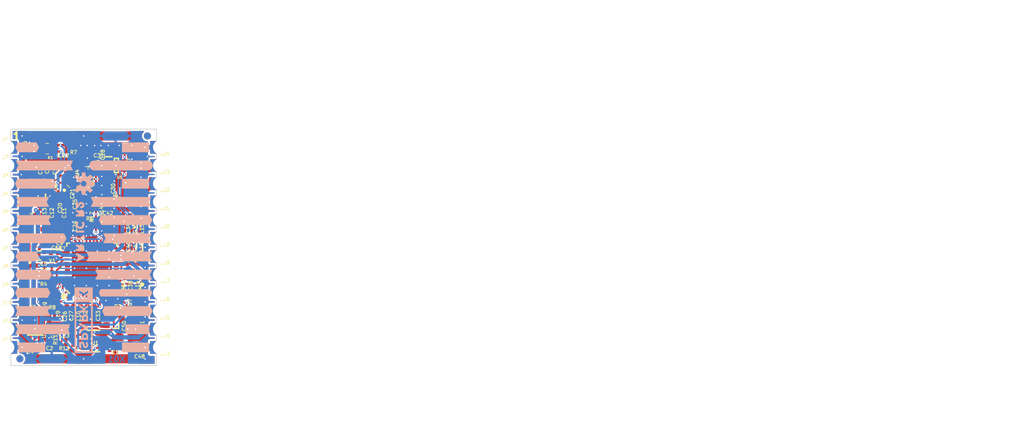
<source format=kicad_pcb>
(kicad_pcb (version 20211014) (generator pcbnew)
  (layers (0 "F.Cu" signal) (1 "In1.Cu" signal) (2 "In2.Cu" signal) (31 "B.Cu" signal) (34 "B.Paste" user) (35 "F.Paste" user) (36 "B.SilkS" user "B.Silkscreen") (37 "F.SilkS" user "F.Silkscreen") (38 "B.Mask" user) (39 "F.Mask" user) (44 "Edge.Cuts" user))
  (net 0 "")
  (net 1 "GND")
  (net 2 "RXSW")
  (net 3 "RF_RX")
  (net 4 "ANTENNA")
  (net 5 "RF_TX")
  (net 6 "TXSW")
  (net 7 "N$28")
  (net 8 "N$29")
  (net 9 "N$30")
  (net 10 "VDD")
  (net 11 "FLSH_SCLK")
  (net 12 "FLSH_SI")
  (net 13 "FLSH_SO")
  (net 14 "FLSH_CEN")
  (net 15 "SCLK")
  (net 16 "COPI")
  (net 17 "CIPO")
  (net 18 "CS")
  (net 19 "RESETB")
  (net 20 "INT2")
  (net 21 "INT1")
  (net 22 "BOOT")
  (net 23 "N$4")
  (net 24 "N$5")
  (net 25 "1.8V")
  (net 26 "N$8")
  (net 27 "N$9")
  (net 28 "PA_PD")
  (net 29 "N$10")
  (net 30 "N$11")
  (net 31 "N$12")
  (net 32 "N$13")
  (net 33 "N$14")
  (net 34 "N$15")
  (net 35 "N$16")
  (net 36 "N$17")
  (net 37 "N$18")
  (net 38 "N$19")
  (net 39 "N$20")
  (net 40 "N$24")
  (net 41 "N$25")
  (net 42 "N$26")
  (net 43 "N$21")
  (net 44 "G8")
  (net 45 "RFG8")
  (net 46 "N$31")
  (net 47 "VIN")
  (net 48 "VREF1")
  (net 49 "PD")
  (net 50 "PWR_EN")
  (net 51 "N$1")
  (net 52 "N$2")
  (net 53 "N$3")
  (net 54 "N$6")
  (net 55 "N$7")
  (net 56 "FLASH_VCC")
  (net 57 "FLASH_PWR")
  (footprint "eagleBoard:CONN_01_CASTELLATED_4LAYER" (layer "F.Cu") (at 158.6611 101.1936 180)
    (fp_text reference "J20")
    (fp_text value "")
  )
  (footprint "eagleBoard:CONN_01_CASTELLATED_4LAYER" (layer "F.Cu") (at 158.6611 106.2736 180)
    (fp_text reference "J18")
    (fp_text value "")
  )
  (footprint "eagleBoard:0402-TIGHT" (layer "F.Cu") (at 143.3576 95.2881 -90)
    (fp_text reference "C18")
    (fp_text value "22pF" hide)
  )
  (footprint "eagleBoard:0402-TIGHT" (layer "F.Cu") (at 143.5481 110.4011 180)
    (fp_text reference "R4")
    (fp_text value "33k" hide)
  )
  (footprint "eagleBoard:TLP3475RTPF" (layer "F.Cu") (at 143.4211 91.2241)
    (fp_text reference "K1")
    (fp_text value "TLP3475R" hide)
  )
  (footprint "eagleBoard:CONN_01_CASTELLATED_4LAYER" (layer "F.Cu") (at 138.3411 111.3536)
    (fp_text reference "J9")
    (fp_text value "")
  )
  (footprint "eagleBoard:0402-TIGHT" (layer "F.Cu") (at 150.2156 96.6851 90)
    (fp_text reference "C43")
    (fp_text value "100pF" hide)
  )
  (footprint "eagleBoard:0402_MURATA" (layer "F.Cu") (at 151.8666 100.1776 90)
    (fp_text reference "C29" hide)
    (fp_text value "2.4 pF" hide)
  )
  (footprint "eagleBoard:0402-TIGHT" (layer "F.Cu") (at 142.7861 101.0031 90)
    (fp_text reference "C13")
    (fp_text value "10uF" hide)
  )
  (footprint "eagleBoard:0402-TIGHT" (layer "F.Cu") (at 141.5796 119.0371 180)
    (fp_text reference "C4")
    (fp_text value "1.0uF" hide)
  )
  (footprint "eagleBoard:0402-TIGHT" (layer "F.Cu") (at 154.4701 100.5586 180)
    (fp_text reference "C42")
    (fp_text value "100pF" hide)
  )
  (footprint "eagleBoard:CONN_01_CASTELLATED_4LAYER" (layer "F.Cu") (at 138.3411 116.4336)
    (fp_text reference "J11")
    (fp_text value "")
  )
  (footprint "eagleBoard:CONN_01_CASTELLATED_4LAYER" (layer "F.Cu") (at 138.3411 113.8936)
    (fp_text reference "J10")
    (fp_text value "")
  )
  (footprint "eagleBoard:0402_COILCRAFT" (layer "F.Cu") (at 147.6756 92.7481)
    (fp_text reference "L6" hide)
    (fp_text value "27nH" hide)
  )
  (footprint "eagleBoard:0402-TIGHT" (layer "F.Cu") (at 144.1831 104.7496 180)
    (fp_text reference "C9")
    (fp_text value "1.0uF" hide)
  )
  (footprint "eagleBoard:0402-TIGHT" (layer "F.Cu") (at 145.7706 98.3361 90)
    (fp_text reference "C21")
    (fp_text value "100pF" hide)
  )
  (footprint "eagleBoard:0402-TIGHT" (layer "F.Cu") (at 153.4541 119.1006 180)
    (fp_text reference "C1")
    (fp_text value "2.2uF" hide)
  )
  (footprint "eagleBoard:FIDUCIAL-1X2" (layer "F.Cu") (at 157.3911 89.4461)
    (fp_text reference "FD1" hide)
    (fp_text value "FIDUCIAL1X2" hide)
  )
  (footprint "eagleBoard:0402-TIGHT" (layer "F.Cu") (at 148.0566 113.7666 -90)
    (fp_text reference "L10")
    (fp_text value "30Ω" hide)
  )
  (footprint "eagleBoard:CONN_01_CASTELLATED_4LAYER" (layer "F.Cu") (at 138.3411 93.5736)
    (fp_text reference "J2")
    (fp_text value "")
  )
  (footprint "eagleBoard:0402-TIGHT" (layer "F.Cu") (at 155.4861 94.0816 90)
    (fp_text reference "C37")
    (fp_text value "100pF" hide)
  )
  (footprint "eagleBoard:0402_COILCRAFT" (layer "F.Cu") (at 147.8661 98.0186 90)
    (fp_text reference "L7" hide)
    (fp_text value "18nH" hide)
  )
  (footprint "eagleBoard:CONN_01_CASTELLATED_4LAYER" (layer "F.Cu") (at 138.3411 103.7336)
    (fp_text reference "J6")
    (fp_text value "")
  )
  (footprint "eagleBoard:CONN_01_CASTELLATED_4LAYER" (layer "F.Cu") (at 158.6611 108.8136 180)
    (fp_text reference "J17")
    (fp_text value "")
  )
  (footprint "eagleBoard:0402-TIGHT" (layer "F.Cu") (at 150.2156 99.1616 -90)
    (fp_text reference "R14")
    (fp_text value "470")
  )
  (footprint "eagleBoard:0402-TIGHT" (layer "F.Cu") (at 144.3101 118.5926 180)
    (fp_text reference "C2")
    (fp_text value "10nF" hide)
  )
  (footprint "eagleBoard:0402-TIGHT" (layer "F.Cu") (at 147.1041 113.7666 -90)
    (fp_text reference "C27")
    (fp_text value "22pF" hide)
  )
  (footprint "eagleBoard:0402-TIGHT" (layer "F.Cu") (at 156.3116 107.7976 -90)
    (fp_text reference "L14")
    (fp_text value "30Ω" hide)
  )
  (footprint "eagleBoard:SOT23-3" (layer "F.Cu") (at 152.6921 114.9096 -90)
    (fp_text reference "Q2")
    (fp_text value "5.8A/30V/35mΩ" hide)
  )
  (footprint "eagleBoard:0402-TIGHT" (layer "F.Cu") (at 143.5481 112.3061)
    (fp_text reference "R8")
    (fp_text value "100k" hide)
  )
  (footprint "eagleBoard:0402-TIGHT" (layer "F.Cu") (at 141.4526 95.2881 -90)
    (fp_text reference "R3")
    (fp_text value "3.9" hide)
  )
  (footprint "eagleBoard:0402-TIGHT" (layer "F.Cu") (at 145.7706 100.3046 90)
    (fp_text reference "C20")
    (fp_text value "2.2uF" hide)
  )
  (footprint "eagleBoard:0402_COILCRAFT" (layer "F.Cu") (at 144.6911 94.9706)
    (fp_text reference "L5" hide)
    (fp_text value "15nH" hide)
  )
  (footprint "eagleBoard:0402-TIGHT" (layer "F.Cu") (at 143.7386 102.9716 -90)
    (fp_text reference "C8")
    (fp_text value "0.1uF" hide)
  )
  (footprint "eagleBoard:CONN_01_CASTELLATED_4LAYER" (layer "F.Cu") (at 138.3411 91.0336)
    (fp_text reference "J1")
    (fp_text value "")
  )
  (footprint "eagleBoard:CONN_01_CASTELLATED_4LAYER" (layer "F.Cu") (at 158.6611 111.3536 180)
    (fp_text reference "J16")
    (fp_text value "")
  )
  (footprint "eagleBoard:0402-TIGHT" (layer "F.Cu") (at 146.5961 118.5926 180)
    (fp_text reference "R12")
    (fp_text value "10k" hide)
  )
  (footprint "eagleBoard:SOT65P220X100-6N" (layer "F.Cu") (at 153.0731 93.5736)
    (fp_text reference "U5")
    (fp_text value "AS179-92LF" hide)
  )
  (footprint "eagleBoard:QFN50P300X300X86-17N" (layer "F.Cu") (at 147.6121 95.2246 90)
    (fp_text reference "U4")
    (fp_text value "RFPA0133" hide)
  )
  (footprint "eagleBoard:CRYSTAL-TCXO-SMD-1.65X1.25" (layer "F.Cu") (at 142.2781 106.1466)
    (fp_text reference "X1")
    (fp_text value "CRYSTAL-TCXO-26MHZ" hide)
  )
  (footprint "eagleBoard:0402-TIGHT" (layer "F.Cu") (at 143.7386 101.0031 90)
    (fp_text reference "C12")
    (fp_text value "1.0uF" hide)
  )
  (footprint "eagleBoard:CONN_01_CASTELLATED_4LAYER" (layer "F.Cu") (at 138.3411 101.1936)
    (fp_text reference "J5")
    (fp_text value "")
  )
  (footprint "eagleBoard:0402-TIGHT" (layer "F.Cu") (at 150.2156 94.2721 90)
    (fp_text reference "C44")
    (fp_text value "2.2uF" hide)
  )
  (footprint "eagleBoard:SC70" (layer "F.Cu") (at 141.7066 116.6241 180)
    (fp_text reference "U2")
    (fp_text value "1.8V/100mA" hide)
  )
  (footprint "eagleBoard:CONN_01_CASTELLATED_4LAYER" (layer "F.Cu") (at 158.6611 103.7336 180)
    (fp_text reference "J19")
    (fp_text value "")
  )
  (footprint "eagleBoard:0402-TIGHT" (layer "F.Cu") (at 155.1051 115.1636 -90)
    (fp_text reference "C50")
    (fp_text value "0.1uF" hide)
  )
  (footprint "eagleBoard:0402-TIGHT" (layer "F.Cu") (at 144.6911 101.0031 90)
    (fp_text reference "C11")
    (fp_text value "100pF" hide)
  )
  (footprint "eagleBoard:0402-TIGHT" (layer "F.Cu") (at 140.8811 91.6686 90)
    (fp_text reference "C46")
    (fp_text value "1.0uF" hide)
  )
  (footprint "eagleBoard:0402-TIGHT" (layer "F.Cu") (at 151.4221 91.6051 180)
    (fp_text reference "C31")
    (fp_text value "100pF" hide)
  )
  (footprint "eagleBoard:CONN_01_CASTELLATED_4LAYER" (layer "F.Cu") (at 158.6611 91.0336 180)
    (fp_text reference "J24")
    (fp_text value "")
  )
  (footprint "eagleBoard:0402-TIGHT" (layer "F.Cu") (at 149.0091 113.7666 -90)
    (fp_text reference "C32")
    (fp_text value "0.1uF" hide)
  )
  (footprint "eagleBoard:0402-TIGHT" (layer "F.Cu") (at 145.1991 113.7666 -90)
    (fp_text reference "L9")
    (fp_text value "30Ω" hide)
  )
  (footprint "eagleBoard:0402-TIGHT" (layer "F.Cu") (at 156.3116 103.1621 90)
    (fp_text reference "L13")
    (fp_text value "30Ω" hide)
  )
  (footprint "eagleBoard:0402-TIGHT" (layer "F.Cu") (at 144.8181 117.0686 -90)
    (fp_text reference "R11")
    (fp_text value "100" hide)
  )
  (footprint "eagleBoard:0402-TIGHT" (layer "F.Cu") (at 146.5961 117.5766 180)
    (fp_text reference "C23")
    (fp_text value "1.0uF" hide)
  )
  (footprint "eagleBoard:0402-TIGHT" (layer "F.Cu") (at 149.9616 113.7666 -90)
    (fp_text reference "C33")
    (fp_text value "22pF" hide)
  )
  (footprint "eagleBoard:0402-TIGHT" (layer "F.Cu") (at 143.6751 116.1796 -90)
    (fp_text reference "C45")
    (fp_text value "2.2uF" hide)
  )
  (footprint "eagleBoard:0402_COILCRAFT" (layer "F.Cu") (at 152.3111 102.7176 180)
    (fp_text reference "L11" hide)
    (fp_text value "30nH" hide)
  )
  (footprint "eagleBoard:0402-TIGHT" (layer "F.Cu") (at 155.3591 103.1621 90)
    (fp_text reference "C35")
    (fp_text value "0.1uF" hide)
  )
  (footprint "eagleBoard:0402-TIGHT" (layer "F.Cu") (at 142.7861 102.9716 -90)
    (fp_text reference "L3")
    (fp_text value "30Ω" hide)
  )
  (footprint "eagleBoard:IOTA_CAN_STRAIGHT_SLOTS" (layer "F.Cu") (at 148.5011 105.0036)
    (fp_text reference "SCREEN0" hide)
    (fp_text value "IOTA_SCREENING_CANSTRAIGHT_SLOTS" hide)
  )
  (footprint "eagleBoard:0402-TIGHT" (layer "F.Cu") (at 147.8661 99.7966 90)
    (fp_text reference "C25")
    (fp_text value "100pF" hide)
  )
  (footprint "eagleBoard:0402-TIGHT" (layer "F.Cu") (at 141.8971 114.5286 180)
    (fp_text reference "C3")
    (fp_text value "1.0uF" hide)
  )
  (footprint "eagleBoard:0402-TIGHT" (layer "F.Cu") (at 143.5481 107.5436 180)
    (fp_text reference "C5")
    (fp_text value "22pF" hide)
  )
  (footprint "eagleBoard:0402-TIGHT" (layer "F.Cu") (at 144.7546 93.2561 -90)
    (fp_text reference "C19")
    (fp_text value "100pF" hide)
  )
  (footprint "eagleBoard:0402-TIGHT" (layer "F.Cu") (at 155.3591 107.7976 -90)
    (fp_text reference "C38")
    (fp_text value "0.1uF" hide)
  )
  (footprint "eagleBoard:USON_3X2MM" (layer "F.Cu") (at 155.2321 112.1156 -90)
    (fp_text reference "U7")
    (fp_text value "SST25VF020BUSON" hide)
  )
  (footprint "eagleBoard:TSOT6" (layer "F.Cu") (at 149.8981 118.0846 -90)
    (fp_text reference "U1")
    (fp_text value "ADM4210_1TSOT6" hide)
  )
  (footprint "eagleBoard:0402-TIGHT" (layer "F.Cu") (at 156.3116 105.6386 90)
    (fp_text reference "L15")
    (fp_text value "30Ω" hide)
  )
  (footprint "eagleBoard:CONN_01_CASTELLATED_4LAYER" (layer "F.Cu") (at 158.6611 113.8936 180)
    (fp_text reference "J15")
    (fp_text value "")
  )
  (footprint "eagleBoard:0402-TIGHT" (layer "F.Cu") (at 143.6751 114.1476 90)
    (fp_text reference "C49")
    (fp_text value "0.1uF" hide)
  )
  (footprint "eagleBoard:0402-TIGHT" (layer "F.Cu") (at 142.1511 104.7496)
    (fp_text reference "C10")
    (fp_text value "47nF" hide)
  )
  (footprint "eagleBoard:CONN_01_CASTELLATED_4LAYER" (layer "F.Cu") (at 138.3411 98.6536)
    (fp_text reference "J4")
    (fp_text value "")
  )
  (footprint "eagleBoard:0402-TIGHT" (layer "F.Cu") (at 151.8666 95.9866 -90)
    (fp_text reference "C30")
    (fp_text value "100pF" hide)
  )
  (footprint "eagleBoard:0402-TIGHT" (layer "F.Cu") (at 155.3591 105.6386 90)
    (fp_text reference "C41")
    (fp_text value "0.1uF" hide)
  )
  (footprint "eagleBoard:CONN_01_CASTELLATED_4LAYER" (layer "F.Cu") (at 158.6611 93.5736 180)
    (fp_text reference "J23")
    (fp_text value "")
  )
  (footprint "eagleBoard:0402_COILCRAFT" (layer "F.Cu") (at 148.6281 91.6686)
    (fp_text reference "L8" hide)
    (fp_text value "12nH" hide)
  )
  (footprint "eagleBoard:CONN_01_CASTELLATED_4LAYER" (layer "F.Cu") (at 158.6611 118.9736 180)
    (fp_text reference "J13")
    (fp_text value "")
  )
  (footprint "eagleBoard:0402-TIGHT" (layer "F.Cu") (at 155.4861 119.1006)
    (fp_text reference "C48")
    (fp_text value "0.1uF" hide)
  )
  (footprint "eagleBoard:0402-TIGHT" (layer "F.Cu") (at 143.5481 111.3536 180)
    (fp_text reference "R5")
    (fp_text value "100k" hide)
  )
  (footprint "eagleBoard:0402-TIGHT" (layer "F.Cu") (at 146.5326 91.6686 180)
    (fp_text reference "C22")
    (fp_text value "100pF" hide)
  )
  (footprint "eagleBoard:0402-TIGHT" (layer "F.Cu") (at 154.4066 103.1621 90)
    (fp_text reference "C34")
    (fp_text value "22pF" hide)
  )
  (footprint "eagleBoard:ORDERING_INSTRUCTIONS" (layer "F.Cu") (at 170.0911 70.7136)
    (fp_text reference "LOGO1" hide)
    (fp_text value "SPECIAL_INSTRUCTIONS-ORDERING" hide)
  )
  (footprint "eagleBoard:0402-TIGHT" (layer "F.Cu") (at 143.7386 93.2561 -90)
    (fp_text reference "C16")
    (fp_text value "2.2uF" hide)
  )
  (footprint "eagleBoard:CONN_01_CASTELLATED_4LAYER" (layer "F.Cu") (at 138.3411 108.8136)
    (fp_text reference "J8")
    (fp_text value "")
  )
  (footprint "eagleBoard:10" (layer "F.Cu") (at 139.1031 89.3826)
    (fp_text reference "U$2" hide)
    (fp_text value "" hide)
  )
  (footprint "eagleBoard:0402-TIGHT" (layer "F.Cu") (at 142.7226 93.2561 -90)
    (fp_text reference "C14")
    (fp_text value "10uF" hide)
  )
  (footprint "eagleBoard:0402-TIGHT" (layer "F.Cu") (at 154.7241 91.6051)
    (fp_text reference "C36")
    (fp_text value "100pF" hide)
  )
  (footprint "eagleBoard:0402-TIGHT" (layer "F.Cu") (at 156.1211 115.1636 -90)
    (fp_text reference "L1")
    (fp_text value "30Ω" hide)
  )
  (footprint "eagleBoard:CONN_01_CASTELLATED_4LAYER" (layer "F.Cu") (at 158.6611 96.1136 180)
    (fp_text reference "J22")
    (fp_text value "")
  )
  (footprint "eagleBoard:0402-TIGHT" (layer "F.Cu") (at 146.5326 90.6526)
    (fp_text reference "R7")
    (fp_text value "10k" hide)
  )
  (footprint "eagleBoard:FIDUCIAL-1X2" (layer "F.Cu") (at 139.6111 120.5611)
    (fp_text reference "FD3" hide)
    (fp_text value "FIDUCIAL1X2" hide)
  )
  (footprint "eagleBoard:0402-TIGHT" (layer "F.Cu") (at 147.8661 102.8446 90)
    (fp_text reference "C24")
    (fp_text value "100pF" hide)
  )
  (footprint "eagleBoard:U.FL_REDUCED_FOOTPRINT" (layer "F.Cu") (at 155.4861 97.6376 90)
    (fp_text reference "J25")
    (fp_text value "U.FL" hide)
  )
  (footprint "eagleBoard:0402-TIGHT" (layer "F.Cu") (at 154.4066 107.7976 -90)
    (fp_text reference "C39")
    (fp_text value "22pF" hide)
  )
  (footprint "eagleBoard:0402-TIGHT" (layer "F.Cu") (at 148.3741 101.3206 180)
    (fp_text reference "R6")
    (fp_text value "220" hide)
  )
  (footprint "eagleBoard:CONN_01_CASTELLATED_4LAYER" (layer "F.Cu") (at 138.3411 96.1136)
    (fp_text reference "J3")
    (fp_text value "")
  )
  (footprint "eagleBoard:CONN_01_CASTELLATED_4LAYER" (layer "F.Cu") (at 158.6611 116.4336 180)
    (fp_text reference "J14")
    (fp_text value "")
  )
  (footprint "eagleBoard:0402-TIGHT" (layer "F.Cu") (at 141.8336 101.0031 90)
    (fp_text reference "L4")
    (fp_text value "30Ω" hide)
  )
  (footprint "eagleBoard:0402-TIGHT" (layer "F.Cu") (at 144.4371 105.7656)
    (fp_text reference "C17")
    (fp_text value "1.0nF" hide)
  )
  (footprint "eagleBoard:0402-TIGHT" (layer "F.Cu") (at 154.4066 105.6386 90)
    (fp_text reference "C40")
    (fp_text value "22pF" hide)
  )
  (footprint "eagleBoard:0402-TIGHT" (layer "F.Cu") (at 149.9616 92.1131 90)
    (fp_text reference "C28")
    (fp_text value "9.1pF" hide)
  )
  (footprint "eagleBoard:CONN_01_CASTELLATED_4LAYER" (layer "F.Cu") (at 138.3411 118.9736)
    (fp_text reference "J12")
    (fp_text value "")
  )
  (footprint "eagleBoard:0402-TIGHT" (layer "F.Cu") (at 143.5481 109.4486 180)
    (fp_text reference "L2")
    (fp_text value "30Ω" hide)
  )
  (footprint "eagleBoard:0402-TIGHT" (layer "F.Cu") (at 146.5961 116.5606 180)
    (fp_text reference "R2")
    (fp_text value "100" hide)
  )
  (footprint "eagleBoard:0402-TIGHT" (layer "F.Cu") (at 150.2156 101.5746 90)
    (fp_text reference "R17")
    (fp_text value "47")
  )
  (footprint "eagleBoard:0402-TIGHT" (layer "F.Cu") (at 142.4051 95.2881 -90)
    (fp_text reference "C15")
    (fp_text value "2.2uF" hide)
  )
  (footprint "eagleBoard:QFN-48" (layer "F.Cu") (at 149.6441 107.9246 90)
    (fp_text reference "U3" hide)
    (fp_text value "ARTIC_R2" hide)
  )
  (footprint "eagleBoard:0402-TIGHT" (layer "F.Cu") (at 144.6911 102.9716 -90)
    (fp_text reference "C7")
    (fp_text value "22pF" hide)
  )
  (footprint "eagleBoard:0402_COILCRAFT" (layer "F.Cu") (at 152.3111 97.6376 180)
    (fp_text reference "L12" hide)
    (fp_text value "51nH" hide)
  )
  (footprint "eagleBoard:CONN_01_CASTELLATED_4LAYER" (layer "F.Cu") (at 138.3411 106.2736)
    (fp_text reference "J7")
    (fp_text value "")
  )
  (footprint "eagleBoard:SOT23-5" (layer "F.Cu") (at 142.4686 97.8281 -90)
    (fp_text reference "U6")
    (fp_text value "3.0V")
  )
  (footprint "eagleBoard:CONN_01_CASTELLATED_4LAYER" (layer "F.Cu") (at 158.6611 98.6536 180)
    (fp_text reference "J21")
    (fp_text value "")
  )
  (footprint "eagleBoard:0402-TIGHT" (layer "F.Cu") (at 146.1516 113.7666 -90)
    (fp_text reference "C26")
    (fp_text value "0.1uF" hide)
  )
  (footprint "eagleBoard:0402-TIGHT" (layer "F.Cu") (at 143.5481 108.4961 180)
    (fp_text reference "C6")
    (fp_text value "0.1uF" hide)
  )
  (footprint "eagleBoard:CREATIVE_COMMONS" (layer "F.Cu") (at 196.7611 131.6736)
    (fp_text reference "FRAME1" hide)
    (fp_text value "FRAME-LEDGER" hide)
  )
  (footprint "eagleBoard:0603" (layer "F.Cu") (at 154.3431 117.5766)
    (fp_text reference "R9")
    (fp_text value "0.1" hide)
  )
  (footprint "eagleBoard:#ANTENNA#0" (layer "B.Cu") (at 153.7081 93.5736 180)
    (fp_text reference "U$14" hide)
    (fp_text value "" hide)
  )
  (footprint "eagleBoard:#CS#0" (layer "B.Cu") (at 140.6271 106.2736 180)
    (fp_text reference "U$21" hide)
    (fp_text value "" hide)
  )
  (footprint "eagleBoard:#VIN#0" (layer "B.Cu") (at 155.9941 116.4336 180)
    (fp_text reference "U$7" hide)
    (fp_text value "" hide)
  )
  (footprint "eagleBoard:FIDUCIAL-1X2" (layer "B.Cu") (at 139.6111 120.5611 180)
    (fp_text reference "FD4" hide)
    (fp_text value "FIDUCIAL1X2" hide)
  )
  (footprint "eagleBoard:#SCLK#0" (layer "B.Cu") (at 141.5161 108.8136 180)
    (fp_text reference "U$22" hide)
    (fp_text value "" hide)
  )
  (footprint "eagleBoard:OSHW-LOGO-S" (layer "B.Cu") (at 148.5011 96.1136 90)
    (fp_text reference "LOGO3" hide)
    (fp_text value "OSHW-LOGOS" hide)
  )
  (footprint "eagleBoard:#GND#0" (layer "B.Cu") (at 155.7401 91.0336 180)
    (fp_text reference "U$3" hide)
    (fp_text value "" hide)
  )
  (footprint "eagleBoard:#FLASH_PWR#0" (layer "B.Cu") (at 154.3431 111.3536 180)
    (fp_text reference "U$8" hide)
    (fp_text value "" hide)
  )
  (footprint "eagleBoard:#PWR_EN#0" (layer "B.Cu") (at 154.5971 113.8936 180)
    (fp_text reference "U$6" hide)
    (fp_text value "" hide)
  )
  (footprint "eagleBoard:#FLSH_CEN#0" (layer "B.Cu") (at 153.7081 98.6536 180)
    (fp_text reference "U$12" hide)
    (fp_text value "" hide)
  )
  (footprint "eagleBoard:ARTIC_R20" (layer "B.Cu") (at 147.9931 102.7176 90)
    (fp_text reference "U$26" hide)
    (fp_text value "" hide)
  )
  (footprint "eagleBoard:#CIPO#0" (layer "B.Cu") (at 141.3891 113.8936 180)
    (fp_text reference "U$24" hide)
    (fp_text value "" hide)
  )
  (footprint "eagleBoard:#GND#0" (layer "B.Cu") (at 155.7401 118.9736 180)
    (fp_text reference "U$4" hide)
    (fp_text value "" hide)
  )
  (footprint "eagleBoard:#3#0V_OUT#0" (layer "B.Cu") (at 143.0401 93.5736 180)
    (fp_text reference "U$16" hide)
    (fp_text value "" hide)
  )
  (footprint "eagleBoard:#RESETB#0" (layer "B.Cu") (at 142.5321 103.7336 180)
    (fp_text reference "U$20" hide)
    (fp_text value "" hide)
  )
  (footprint "eagleBoard:#COPI#0" (layer "B.Cu") (at 141.3891 111.3536 180)
    (fp_text reference "U$23" hide)
    (fp_text value "" hide)
  )
  (footprint "eagleBoard:#FLSH_SO#0" (layer "B.Cu") (at 154.3431 101.1936 180)
    (fp_text reference "U$11" hide)
    (fp_text value "" hide)
  )
  (footprint "eagleBoard:#3#3V_OUT#0" (layer "B.Cu") (at 154.0891 108.8136 180)
    (fp_text reference "U$13" hide)
    (fp_text value "" hide)
  )
  (footprint "eagleBoard:#INT1#0" (layer "B.Cu") (at 141.3891 98.6536 180)
    (fp_text reference "U$18" hide)
    (fp_text value "" hide)
  )
  (footprint "eagleBoard:#GND#0" (layer "B.Cu") (at 141.2621 118.9736 180)
    (fp_text reference "U$5" hide)
    (fp_text value "" hide)
  )
  (footprint "eagleBoard:#FLSH_SI#0" (layer "B.Cu") (at 154.5971 103.7336 180)
    (fp_text reference "U$10" hide)
    (fp_text value "" hide)
  )
  (footprint "eagleBoard:#FLSH_SCLK#0" (layer "B.Cu") (at 153.4541 106.2736 180)
    (fp_text reference "U$9" hide)
    (fp_text value "" hide)
  )
  (footprint "eagleBoard:#1#8V_OUT#0" (layer "B.Cu") (at 142.7861 116.4336 180)
    (fp_text reference "U$25" hide)
    (fp_text value "" hide)
  )
  (footprint "eagleBoard:#INT2#0" (layer "B.Cu") (at 141.5161 101.1936 180)
    (fp_text reference "U$19" hide)
    (fp_text value "" hide)
  )
  (footprint "eagleBoard:#GND#0" (layer "B.Cu") (at 155.7401 96.1136 180)
    (fp_text reference "U$1" hide)
    (fp_text value "" hide)
  )
  (footprint "eagleBoard:#BOOT#0" (layer "B.Cu") (at 141.7701 96.1136 180)
    (fp_text reference "U$17" hide)
    (fp_text value "" hide)
  )
  (footprint "eagleBoard:#G8#0" (layer "B.Cu") (at 140.6271 91.0336 180)
    (fp_text reference "U$15" hide)
    (fp_text value "" hide)
  )
  (footprint "eagleBoard:SPARKX-MEDIUM" (layer "B.Cu") (at 148.5011 115.1636 90)
    (fp_text reference "SPARKX2" hide)
    (fp_text value "SPARKX-LOGO4" hide)
  )
  (footprint "eagleBoard:FIDUCIAL-1X2" (layer "B.Cu") (at 157.3911 89.4461 180)
    (fp_text reference "FD2" hide)
    (fp_text value "FIDUCIAL1X2" hide)
  )
  (gr_line (start 158.6611 121.5136) (end 158.6611 88.4936) (layer "Edge.Cuts") (width 0.1016))
  (gr_line (start 138.3411 88.4936) (end 138.3411 121.5136) (layer "Edge.Cuts") (width 0.1016))
  (gr_line (start 158.6611 88.4936) (end 138.3411 88.4936) (layer "Edge.Cuts") (width 0.1016))
  (gr_line (start 138.3411 121.5136) (end 158.6611 121.5136) (layer "Edge.Cuts") (width 0.1016))
  (gr_text "X01" (at 154.4066 121.1326) (layer "B.Cu") (effects (font (size 0.8636 0.8636) (thickness 0.1524)) (justify left bottom mirror)))
  (segment (start 152.3941 104.5246) (end 152.3941 104.0316) (width 0.254) (layer "F.Cu") (net 1))
  (segment (start 152.3941 104.5246) (end 152.3941 105.1746) (width 0.254) (layer "F.Cu") (net 1))
  (segment (start 152.7556 97.0026) (end 152.7429 97.0153) (width 0.4064) (layer "F.Cu") (net 1))
  (segment (start 144.7546 93.7561) (end 143.7386 93.7561) (width 0.6096) (layer "F.Cu") (net 1))
  (segment (start 156.8611 96.5801) (end 156.8611 97.3836) (width 0.3048) (layer "F.Cu") (net 1))
  (segment (start 146.1516 114.5286) (end 146.6596 115.0366) (width 0.4064) (layer "F.Cu") (net 1))
  (segment (start 150.3941 104.157163) (end 150.274306 104.037369) (width 0.254) (layer "F.Cu") (net 1))
  (segment (start 149.8941 104.5246) (end 149.8941 105.2536) (width 0.254) (layer "F.Cu") (net 1))
  (segment (start 150.1521 105.5116) (end 150.4061 105.5116) (width 0.254) (layer "F.Cu") (net 1))
  (segment (start 154.4066 108.2976) (end 155.3591 108.2976) (width 0.254) (layer "F.Cu") (net 1))
  (segment (start 151.3941 105.1661) (end 151.7396 105.5116) (width 0.254) (layer "F.Cu") (net 1))
  (segment (start 153.0096 93.5736) (end 151.9731 93.5736) (width 0.4064) (layer "F.Cu") (net 1))
  (segment (start 145.3816 103.4716) (end 145.4531 103.5431) (width 0.4064) (layer "F.Cu") (net 1))
  (segment (start 150.8426 93.7721) (end 151.0411 93.5736) (width 0.4064) (layer "F.Cu") (net 1))
  (segment (start 154.4821 111.5321) (end 154.4701 111.5441) (width 0.254) (layer "F.Cu") (net 1))
  (segment (start 150.274306 104.037369) (end 150.274306 103.547894) (width 0.254) (layer "F.Cu") (net 1))
  (segment (start 141.7066 115.7991) (end 141.7066 115.1636) (width 0.4064) (layer "F.Cu") (net 1))
  (segment (start 155.3591 102.6621) (end 154.4066 102.6621) (width 0.254) (layer "F.Cu") (net 1))
  (segment (start 148.8941 104.5246) (end 148.8941 105.4996) (width 0.254) (layer "F.Cu") (net 1))
  (segment (start 142.9781 107.4736) (end 142.9781 106.6216) (width 0.254) (layer "F.Cu") (net 1))
  (segment (start 155.3591 105.1386) (end 154.4066 105.1386) (width 0.254) (layer "F.Cu") (net 1))
  (segment (start 142.8841 106.5276) (end 142.9781 106.6216) (width 0.254) (layer "F.Cu") (net 1))
  (segment (start 150.2156 93.7721) (end 150.8426 93.7721) (width 0.4064) (layer "F.Cu") (net 1))
  (segment (start 150.3941 104.5246) (end 150.3941 104.157163) (width 0.254) (layer "F.Cu") (net 1))
  (segment (start 148.8941 104.5246) (end 148.8941 103.5551) (width 0.254) (layer "F.Cu") (net 1))
  (segment (start 138.3411 118.9736) (end 139.9286 118.9736) (width 0.6096) (layer "F.Cu") (net 1))
  (segment (start 143.0481 108.4961) (end 143.0481 107.5436) (width 0.254) (layer "F.Cu") (net 1))
  (segment (start 151.0411 98.9076) (end 151.0411 100.1776) (width 0.4064) (layer "F.Cu") (net 1))
  (segment (start 152.9541 119.1006) (end 152.9541 120.5531) (width 0.6096) (layer "F.Cu") (net 1))
  (segment (start 155.1051 116.1796) (end 154.9146 116.3701) (width 0.4064) (layer "F.Cu") (net 1))
  (segment (start 152.7429 97.0153) (end 152.7429 97.6376) (width 0.4064) (layer "F.Cu") (net 1))
  (segment (start 142.6511 104.6226) (end 142.6511 104.7496) (width 0.254) (layer "F.Cu") (net 1))
  (segment (start 142.6511 104.8846) (end 142.2781 105.2576) (width 0.3048) (layer "F.Cu") (net 1))
  (segment (start 152.7429 102.7176) (end 152.7429 103.6828) (width 0.4064) (layer "F.Cu") (net 1))
  (segment (start 150.3941 104.5246) (end 150.3941 105.4996) (width 0.254) (layer "F.Cu") (net 1))
  (segment (start 146.1516 114.2666) (end 146.1516 114.5286) (width 0.4064) (layer "F.Cu") (net 1))
  (segment (start 149.3941 104.5246) (end 149.3941 105.2536) (width 0.254) (layer "F.Cu") (net 1))
  (segment (start 151.3941 104.5246) (end 151.3941 105.1661) (width 0.254) (layer "F.Cu") (net 1))
  (segment (start 148.8821 101.3286) (end 148.8741 101.3206) (width 0.4064) (layer "F.Cu") (net 1))
  (segment (start 151.9731 93.5736) (end 151.0411 93.5736) (width 0.4064) (layer "F.Cu") (net 1))
  (segment (start 149.5806 117.7671) (end 149.2631 118.0846) (width 0.4064) (layer "F.Cu") (net 1))
  (segment (start 143.7386 93.7561) (end 142.7226 93.7561) (width 0.6096) (layer "F.Cu") (net 1))
  (segment (start 157.627823 96.107218) (end 157.489656 96.252816) (width 0.4064) (layer "F.Cu") (net 1))
  (segment (start 147.1041 114.5921) (end 146.6596 115.0366) (width 0.4064) (layer "F.Cu") (net 1))
  (segment (start 158.6611 96.1136) (end 158.1311 96.1136) (width 0.6096) (layer "F.Cu") (net 1))
  (segment (start 151.7396 105.5116) (end 152.0571 105.5116) (width 0.254) (layer "F.Cu") (net 1))
  (segment (start 156.9466 96.4946) (end 156.8611 96.5801) (width 0.3048) (layer "F.Cu") (net 1))
  (segment (start 143.6831 104.7496) (end 142.6511 104.7496) (width 0.4064) (layer "F.Cu") (net 1))
  (segment (start 151.0411 95.0976) (end 151.0411 96.3676) (width 0.4064) (layer "F.Cu") (net 1))
  (segment (start 151.0411 97.6376) (end 151.0411 98.9076) (width 0.4064) (layer "F.Cu") (net 1))
  (segment (start 142.4711 91.6241) (end 141.5986 91.6241) (width 0.3048) (layer "F.Cu") (net 1))
  (segment (start 158.6611 118.9736) (end 157.0736 118.9736) (width 1.016) (layer "F.Cu") (net 1))
  (segment (start 142.2781 106.5276) (end 142.8841 106.5276) (width 0.254) (layer "F.Cu") (net 1))
  (segment (start 149.3941 105.2536) (end 149.1361 105.5116) (width 0.254) (layer "F.Cu") (net 1))
  (segment (start 151.0411 100.1776) (end 151.0411 101.4476) (width 0.4064) (layer "F.Cu") (net 1))
  (segment (start 149.4536 115.0366) (end 149.9616 114.5286) (width 0.4064) (layer "F.Cu") (net 1))
  (segment (start 151.0411 103.3526) (end 151.0411 102.7176) (width 0.4064) (layer "F.Cu") (net 1))
  (segment (start 157.806862 95.750074) (end 157.734931 95.937463) (width 0.4064) (layer "F.Cu") (net 1))
  (segment (start 156.8611 97.3836) (end 156.8611 97.5106) (width 0.3048) (layer "F.Cu") (net 1))
  (segment (start 141.5531 106.6466) (end 141.5781 106.6216) (width 0.254) (layer "F.Cu") (net 1))
  (segment (start 157.8356 95.3516) (end 157.8991 95.3516) (width 0.3048) (layer "F.Cu") (net 1))
  (segment (start 152.7556 95.7326) (end 152.7556 95.0976) (width 0.4064) (layer "F.Cu") (net 1))
  (segment (start 143.0481 108.4961) (end 142.4051 108.4961) (width 0.254) (layer "F.Cu") (net 1))
  (segment (start 146.9771 97.5106) (end 146.9771 103.3526) (width 0.4064) (layer "F.Cu") (net 1))
  (segment (start 157.734931 95.937463) (end 157.627823 96.107218) (width 0.4064) (layer "F.Cu") (net 1))
  (segment (start 157.8356 95.3516) (end 157.8356 95.3516) (width 0.4064) (layer "F.Cu") (net 1))
  (segment (start 148.8741 97.5186) (end 149.1361 97.2566) (width 0.4064) (layer "F.Cu") (net 1))
  (segment (start 157.8356 95.3516) (end 157.840854 95.552252) (width 0.4064) (layer "F.Cu") (net 1))
  (segment (start 147.1041 114.2666) (end 147.1041 114.5921) (width 0.4064) (layer "F.Cu") (net 1))
  (segment (start 156.8611 97.5106) (end 156.8611 97.7376) (width 0.6096) (layer "F.Cu") (net 1))
  (segment (start 149.4536 115.0366) (end 149.0091 114.5921) (width 0.4064) (layer "F.Cu") (net 1))
  (segment (start 143.0481 107.5436) (end 142.9781 107.4736) (width 0.254) (layer "F.Cu") (net 1))
  (segment (start 155.4226 104.3766) (end 155.3591 104.4401) (width 0.254) (layer "F.Cu") (net 1))
  (segment (start 141.5781 106.6216) (end 141.6721 106.5276) (width 0.254) (layer "F.Cu") (net 1))
  (segment (start 142.4051 108.4961) (end 142.2781 108.3691) (width 0.254) (layer "F.Cu") (net 1))
  (segment (start 142.1511 97.8281) (end 141.1685 97.8281) (width 0.254) (layer "F.Cu") (net 1))
  (segment (start 152.9461 120.5611) (end 152.9541 120.5531) (width 0.6096) (layer "F.Cu") (net 1))
  (segment (start 155.3591 102.6621) (end 155.3591 101.9413) (width 0.254) (layer "F.Cu") (net 1))
  (segment (start 152.7556 95.0976) (end 153.0096 94.8436) (width 0.4064) (layer "F.Cu") (net 1))
  (segment (start 152.3941 105.1746) (end 152.0571 105.5116) (width 0.254) (layer "F.Cu") (net 1))
  (segment (start 151.0411 96.3676) (end 151.0411 97.6376) (width 0.4064) (layer "F.Cu") (net 1))
  (segment (start 141.7066 114.8381) (end 141.7066 115.1636) (width 0.4064) (layer "F.Cu") (net 1))
  (segment (start 148.8821 103.5431) (end 148.8821 101.3286) (width 0.4064) (layer "F.Cu") (net 1))
  (segment (start 157.8991 95.3516) (end 158.6611 96.1136) (width 0.3048) (layer "F.Cu") (net 1))
  (segment (start 147.2311 106.4641) (end 147.2311 106.6546) (width 0.254) (layer "F.Cu") (net 1))
  (segment (start 145.3261 106.5276) (end 144.6911 106.5276) (width 0.254) (layer "F.Cu") (net 1))
  (segment (start 142.2146 112.6236) (end 143.2386 113.6476) (width 0.3556) (layer "F.Cu") (net 1))
  (segment (start 155.4226 104.3543) (end 155.4226 104.3766) (width 0.254) (layer "F.Cu") (net 1))
  (segment (start 158.1311 96.1136) (end 156.8611 97.3836) (width 0.8128) (layer "F.Cu") (net 1))
  (segment (start 143.7386 103.4716) (end 144.6911 103.4716) (width 0.4064) (layer "F.Cu") (net 1))
  (segment (start 151.3941 103.7691) (end 151.0411 103.4161) (width 0.254) (layer "F.Cu") (net 1))
  (segment (start 141.3971 114.5286) (end 141.7066 114.8381) (width 0.4064) (layer "F.Cu") (net 1))
  (segment (start 149.0091 114.5921) (end 149.0091 114.2666) (width 0.4064) (layer "F.Cu") (net 1))
  (segment (start 150.3941 105.4996) (end 150.4061 105.5116) (width 0.254) (layer "F.Cu") (net 1))
  (segment (start 142.7306 110.4011) (end 142.2781 109.9486) (width 0.254) (layer "F.Cu") (net 1))
  (segment (start 149.9616 114.5286) (end 149.9616 114.2666) (width 0.4064) (layer "F.Cu") (net 1))
  (segment (start 152.7556 95.7326) (end 152.7556 97.0026) (width 0.4064) (layer "F.Cu") (net 1))
  (segment (start 155.1051 115.6636) (end 155.1051 116.1796) (width 0.4064) (layer "F.Cu") (net 1))
  (segment (start 148.5981 118.0846) (end 149.2631 118.0846) (width 0.4064) (layer "F.Cu") (net 1))
  (segment (start 152.7429 97.6376) (end 152.7429 102.7176) (width 0.4064) (layer "F.Cu") (net 1))
  (segment (start 153.0096 94.8436) (end 153.0096 93.5736) (width 0.4064) (layer "F.Cu") (net 1))
  (segment (start 152.7429 103.6828) (end 152.5651 103.8606) (width 0.4064) (layer "F.Cu") (net 1))
  (segment (start 149.3941 103.4756) (end 149.5171 103.3526) (width 0.254) (layer "F.Cu") (net 1))
  (segment (start 149.1361 97.2566) (end 149.1361 96.6216) (width 0.4064) (layer "F.Cu") (net 1))
  (segment (start 148.8941 105.4996) (end 148.8821 105.5116) (width 0.254) (layer "F.Cu") (net 1))
  (segment (start 151.3941 104.5246) (end 151.3941 103.7691) (width 0.254) (layer "F.Cu") (net 1))
  (segment (start 149.3941 104.5246) (end 149.3941 103.4756) (width 0.254) (layer "F.Cu") (net 1))
  (segment (start 147.3621 97.1256) (end 146.9771 97.5106) (width 0.254) (layer "F.Cu") (net 1))
  (segment (start 144.6911 106.5276) (end 143.0721 106.5276) (width 0.254) (layer "F.Cu") (net 1))
  (segment (start 149.8941 104.5246) (end 149.8941 103.7296) (width 0.254) (layer "F.Cu") (net 1))
  (segment (start 150.274306 103.547894) (end 150.4696 103.3526) (width 0.254) (layer "F.Cu") (net 1))
  (segment (start 146.2441 106.1746) (end 145.6791 106.1746) (width 0.254) (layer "F.Cu") (net 1))
  (segment (start 148.8941 103.5551) (end 148.8821 103.5431) (width 0.254) (layer "F.Cu") (net 1))
  (segment (start 148.8741 101.3206) (end 148.8741 97.5186) (width 0.4064) (layer "F.Cu") (net 1))
  (segment (start 155.4861 108.4246) (end 155.3591 108.2976) (width 0.254) (layer "F.Cu") (net 1))
  (segment (start 157.325739 96.368661) (end 156.9466 96.4946) (width 0.4064) (layer "F.Cu") (net 1))
  (segment (start 143.2386 113.6476) (end 143.6751 113.6476) (width 0.3556) (layer "F.Cu") (net 1))
  (segment (start 149.1361 105.5116) (end 148.8821 105.5116) (width 0.254) (layer "F.Cu") (net 1))
  (segment (start 142.2781 109.9486) (end 142.2781 109.8931) (width 0.254) (layer "F.Cu") (net 1))
  (segment (start 158.6611 91.0336) (end 157.0736 91.0336) (width 0.6096) (layer "F.Cu") (net 1))
  (segment (start 141.6721 106.5276) (end 142.2781 106.5276) (width 0.254) (layer "F.Cu") (net 1))
  (segment (start 143.6831 104.7496) (end 143.7386 104.6941) (width 0.4064) (layer "F.Cu") (net 1))
  (segment (start 157.840854 95.552252) (end 157.806862 95.750074) (width 0.4064) (layer "F.Cu") (net 1))
  (segment (start 152.3941 104.0316) (end 152.5651 103.8606) (width 0.254) (layer "F.Cu") (net 1))
  (segment (start 144.6911 103.4716) (end 145.3816 103.4716) (width 0.4064) (layer "F.Cu") (net 1))
  (segment (start 141.5986 91.6241) (end 141.5796 91.6051) (width 0.3048) (layer "F.Cu") (net 1))
  (segment (start 147.2311 106.4641) (end 146.9416 106.1746) (width 0.254) (layer "F.Cu") (net 1))
  (segment (start 141.9686 93.7561) (end 141.8971 93.8276) (width 0.6096) (layer "F.Cu") (net 1))
  (segment (start 151.0411 101.4476) (end 151.0411 102.7176) (width 0.4064) (layer "F.Cu") (net 1))
  (segment (start 143.0481 110.4011) (end 142.7306 110.4011) (width 0.254) (layer "F.Cu") (net 1))
  (segment (start 146.2441 106.1746) (end 146.9416 106.1746) (width 0.254) (layer "F.Cu") (net 1))
  (segment (start 145.6791 106.1746) (end 145.3261 106.5276) (width 0.254) (layer "F.Cu") (net 1))
  (segment (start 149.8941 103.7296) (end 149.5171 103.3526) (width 0.254) (layer "F.Cu") (net 1))
  (segment (start 141.7066 115.7991) (end 141.7066 116.3701) (width 0.4064) (layer "F.Cu") (net 1))
  (segment (start 157.489656 96.252816) (end 157.325739 96.368661) (width 0.4064) (layer "F.Cu") (net 1))
  (segment (start 154.9146 116.3701) (end 154.6606 116.3701) (width 0.4064) (layer "F.Cu") (net 1))
  (segment (start 142.2781 105.2576) (end 142.2781 106.5276) (width 0.3048) (layer "F.Cu") (net 1))
  (segment (start 155.3591 104.4401) (end 155.3591 105.1386) (width 0.254) (layer "F.Cu") (net 1))
  (segment (start 142.7226 93.7561) (end 141.9686 93.7561) (width 0.6096) (layer "F.Cu") (net 1))
  (segment (start 147.3621 96.6746) (end 147.3621 97.1256) (width 0.254) (layer "F.Cu") (net 1))
  (segment (start 149.5806 118.4021) (end 149.2631 118.0846) (width 0.4064) (layer "F.Cu") (net 1))
  (segment (start 142.6511 104.7496) (end 142.6511 104.8846) (width 0.3048) (layer "F.Cu") (net 1))
  (segment (start 150.1521 105.5116) (end 149.8941 105.2536) (width 0.254) (layer "F.Cu") (net 1))
  (segment (start 155.4861 108.4246) (end 155.4861 109.0041) (width 0.254) (layer "F.Cu") (net 1))
  (segment (start 151.0411 103.4161) (end 151.0411 103.3526) (width 0.254) (layer "F.Cu") (net 1))
  (segment (start 154.4821 110.7906) (end 154.4821 111.5321) (width 0.254) (layer "F.Cu") (net 1))
  (segment (start 151.0411 95.0976) (end 151.0411 93.5736) (width 0.4064) (layer "F.Cu") (net 1))
  (segment (start 143.0721 106.5276) (end 142.9781 106.6216) (width 0.254) (layer "F.Cu") (net 1))
  (via (at 152.0571 110.3376) (size 0.3778) (drill 0.2) (layers "F.Cu" "B.Cu") (net 1))
  (via (at 148.1201 90.7796) (size 0.3778) (drill 0.2) (layers "F.Cu" "B.Cu") (net 1))
  (via (at 150.4061 110.3376) (size 0.3778) (drill 0.2) (layers "F.Cu" "B.Cu") (net 1))
  (via (at 144.1196 95.7961) (size 0.3778) (drill 0.2) (layers "F.Cu" "B.Cu") (net 1))
  (via (at 146.0881 119.2911) (size 0.3778) (drill 0.2) (layers "F.Cu" "B.Cu") (net 1))
  (via (at 146.9771 101.4476) (size 0.3778) (drill 0.2) (layers "F.Cu" "B.Cu") (net 1))
  (via (at 152.7556 103.3526) (size 0.3778) (drill 0.2) (layers "F.Cu" "B.Cu") (net 1))
  (via (at 156.5021 99.2886) (size 0.3778) (drill 0.2) (layers "F.Cu" "B.Cu") (net 1))
  (via (at 157.0736 112.6236) (size 0.3778) (drill 0.2) (layers "F.Cu" "B.Cu") (net 1))
  (via (at 148.8821 102.0826) (size 0.3778) (drill 0.2) (layers "F.Cu" "B.Cu") (net 1))
  (via (at 142.1511 97.8281) (size 0.3778) (drill 0.2) (layers "F.Cu" "B.Cu") (net 1))
  (via (at 149.0091 92.5576) (size 0.3778) (drill 0.2) (layers "F.Cu" "B.Cu") (net 1))
  (via (at 152.0571 106.6546) (size 0.3778) (drill 0.2) (layers "F.Cu" "B.Cu") (net 1))
  (via (at 148.5011 89.4461) (size 0.3778) (drill 0.2) (layers "F.Cu" "B.Cu") (net 1))
  (via (at 152.7556 98.2726) (size 0.3778) (drill 0.2) (layers "F.Cu" "B.Cu") (net 1))
  (via (at 151.9301 90.7796) (size 0.3778) (drill 0.2) (layers "F.Cu" "B.Cu") (net 1))
  (via (at 149.1361 96.6216) (size 0.3778) (drill 0.2) (layers "F.Cu" "B.Cu") (net 1))
  (via (at 148.8821 100.1776) (size 0.3778) (drill 0.2) (layers "F.Cu" "B.Cu") (net 1))
  (via (at 155.2321 90.7796) (size 0.3778) (drill 0.2) (layers "F.Cu" "B.Cu") (net 1))
  (via (at 154.6606 116.3701) (size 0.3778) (drill 0.2) (layers "F.Cu" "B.Cu") (net 1))
  (via (at 150.9141 90.7796) (size 0.3778) (drill 0.2) (layers "F.Cu" "B.Cu") (net 1))
  (via (at 152.7556 99.5426) (size 0.3778) (drill 0.2) (layers "F.Cu" "B.Cu") (net 1))
  (via (at 152.7556 97.0026) (size 0.3778) (drill 0.2) (layers "F.Cu" "B.Cu") (net 1))
  (via (at 151.0411 103.3526) (size 0.3778) (drill 0.2) (layers "F.Cu" "B.Cu") (net 1))
  (via (at 140.6271 119.7991) (size 0.3778) (drill 0.2) (layers "F.Cu" "B.Cu") (net 1))
  (via (at 149.5806 118.4021) (size 0.3778) (drill 0.2) (layers "F.Cu" "B.Cu") (net 1))
  (via (at 152.0571 107.9246) (size 0.3778) (drill 0.2) (layers "F.Cu" "B.Cu") (net 1))
  (via (at 157.0736 107.7976) (size 0.3778) (drill 0.2) (layers "F.Cu" "B.Cu") (net 1))
  (via (at 144.2466 99.7331) (size 0.3778) (drill 0.2) (layers "F.Cu" "B.Cu") (net 1))
  (via (at 156.5021 93.9546) (size 0.3778) (drill 0.2) (layers "F.Cu" "B.Cu") (net 1))
  (via (at 147.2311 105.5116) (size 0.3778) (drill 0.2) (layers "F.Cu" "B.Cu") (net 1))
  (via (at 139.9286 89.4461) (size 0.3778) (drill 0.2) (layers "F.Cu" "B.Cu") (net 1))
  (via (at 151.0411 95.0976) (size 0.3778) (drill 0.2) (layers "F.Cu" "B.Cu") (net 1))
  (via (at 149.4536 115.0366) (size 0.3778) (drill 0.2) (layers "F.Cu" "B.Cu") (net 1))
  (via (at 143.8021 97.8281) (size 0.3778) (drill 0.2) (layers "F.Cu" "B.Cu") (net 1))
  (via (at 152.5651 103.8606) (size 0.3778) (drill 0.2) (layers "F.Cu" "B.Cu") (net 1))
  (via (at 146.9771 102.7176) (size 0.3778) (drill 0.2) (layers "F.Cu" "B.Cu") (net 1))
  (via (at 146.9771 98.9076) (size 0.3778) (drill 0.2) (layers "F.Cu" "B.Cu") (net 1))
  (via (at 149.0091 90.7796) (size 0.3778) (drill 0.2) (layers "F.Cu" "B.Cu") (net 1))
  (via (at 148.8821 97.6376) (size 0.3778) (drill 0.2) (layers "F.Cu" "B.Cu") (net 1))
  (via (at 153.0096 93.5736) (size 0.3778) (drill 0.2) (layers "F.Cu" "B.Cu") (net 1))
  (via (at 150.0251 90.7796) (size 0.3778) (drill 0.2) (layers "F.Cu" "B.Cu") (net 1))
  (via (at 148.8821 98.9076) (size 0.3778) (drill 0.2) (layers "F.Cu" "B.Cu") (net 1))
  (via (at 146.9771 103.3526) (size 0.3778) (drill 0.2) (layers "F.Cu" "B.Cu") (net 1))
  (via (at 139.8016 94.8436) (size 0.3778) (drill 0.2) (layers "F.Cu" "B.Cu") (net 1))
  (via (at 156.5021 95.2246) (size 0.3778) (drill 0.2) (layers "F.Cu" "B.Cu") (net 1))
  (via (at 145.4531 103.5431) (size 0.3778) (drill 0.2) (layers "F.Cu" "B.Cu") (net 1))
  (via (at 151.0411 96.3676) (size 0.3778) (drill 0.2) (layers "F.Cu" "B.Cu") (net 1))
  (via (at 152.7556 102.0826) (size 0.3778) (drill 0.2) (layers "F.Cu" "B.Cu") (net 1))
  (via (at 157.3911 92.3036) (size 0.3778) (drill 0.2) (layers "F.Cu" "B.Cu") (net 1))
  (via (at 141.7066 115.1636) (size 0.3778) (drill 0.2) (layers "F.Cu" "B.Cu") (net 1))
  (via (at 150.7871 92.5576) (size 0.3778) (drill 0.2) (layers "F.Cu" "B.Cu") (net 1))
  (via (at 139.9286 115.1636) (size 0.3778) (drill 0.2) (layers "F.Cu" "B.Cu") (net 1))
  (via (at 157.0736 120.59285) (size 0.3778) (drill 0.2) (layers "F.Cu" "B.Cu") (net 1))
  (via (at 147.6121 95.7326) (size 0.3778) (drill 0.2) (layers "F.Cu" "B.Cu") (net 1))
  (via (at 149.5171 103.3526) (size 0.3778) (drill 0.2) (layers "F.Cu" "B.Cu") (net 1))
  (via (at 155.4226 104.3543) (size 0.3778) (drill 0.2) (layers "F.Cu" "B.Cu") (net 1))
  (via (at 150.2156 97.9551) (size 0.3778) (drill 0.2) (layers "F.Cu" "B.Cu") (net 1))
  (via (at 156.5021 93.1926) (size 0.3778) (drill 0.2) (layers "F.Cu" "B.Cu") (net 1))
  (via (at 157.0736 91.0336) (size 0.3778) (drill 0.2) (layers "F.Cu" "B.Cu") (net 1))
  (via (at 141.7066 116.3701) (size 0.3778) (drill 0.2) (layers "F.Cu" "B.Cu") (net 1))
  (via (at 145.7706 97.0026) (size 0.3778) (drill 0.2) (layers "F.Cu" "B.Cu") (net 1))
  (via (at 157.0736 105.0036) (size 0.3778) (drill 0.2) (layers "F.Cu" "B.Cu") (net 1))
  (via (at 154.4701 111.5441) (size 0.3778) (drill 0.2) (layers "F.Cu" "B.Cu") (net 1))
  (via (at 146.9771 97.6376) (size 0.3778) (drill 0.2) (layers "F.Cu" "B.Cu") (net 1))
  (via (at 144.6911 106.5276) (size 0.3778) (drill 0.2) (layers "F.Cu" "B.Cu") (net 1))
  (via (at 146.9771 100.1776) (size 0.3778) (drill 0.2) (layers "F.Cu" "B.Cu") (net 1))
  (via (at 142.2781 108.3691) (size 0.3778) (drill 0.2) (layers "F.Cu" "B.Cu") (net 1))
  (via (at 157.0736 114.7191) (size 0.3778) (drill 0.2) (layers "F.Cu" "B.Cu") (net 1))
  (via (at 155.3591 101.9413) (size 0.3778) (drill 0.2) (layers "F.Cu" "B.Cu") (net 1))
  (via (at 157.0736 110.5916) (size 0.3778) (drill 0.2) (layers "F.Cu" "B.Cu") (net 1))
  (via (at 155.4861 109.0041) (size 0.3778) (drill 0.2) (layers "F.Cu" "B.Cu") (net 1))
  (via (at 152.1841 119.1641) (size 0.3778) (drill 0.2) (layers "F.Cu" "B.Cu") (net 1))
  (via (at 142.2146 112.6236) (size 0.3778) (drill 0.2) (layers "F.Cu" "B.Cu") (net 1))
  (via (at 139.9286 92.3036) (size 0.3778) (drill 0.2) (layers "F.Cu" "B.Cu") (net 1))
  (via (at 146.6596 115.0366) (size 0.3778) (drill 0.2) (layers "F.Cu" "B.Cu") (net 1))
  (via (at 148.1201 95.2246) (size 0.3778) (drill 0.2) (layers "F.Cu" "B.Cu") (net 1))
  (via (at 152.0571 109.1946) (size 0.3778) (drill 0.2) (layers "F.Cu" "B.Cu") (net 1))
  (via (at 151.0411 102.7176) (size 0.3778) (drill 0.2) (layers "F.Cu" "B.Cu") (net 1))
  (via (at 148.8821 103.4161) (size 0.3778) (drill 0.2) (layers "F.Cu" "B.Cu") (net 1))
  (via (at 148.8821 107.9246) (size 0.3778) (drill 0.2) (layers "F.Cu" "B.Cu") (net 1))
  (via (at 141.5796 91.6051) (size 0.3778) (drill 0.2) (layers "F.Cu" "B.Cu") (net 1))
  (via (at 139.9286 118.9736) (size 0.3778) (drill 0.2) (layers "F.Cu" "B.Cu") (net 1))
  (via (at 142.2781 109.8931) (size 0.3778) (drill 0.2) (layers "F.Cu" "B.Cu") (net 1))
  (via (at 148.8821 110.3376) (size 0.3778) (drill 0.2) (layers "F.Cu" "B.Cu") (net 1))
  (via (at 148.8821 105.5116) (size 0.3778) (drill 0.2) (layers "F.Cu" "B.Cu") (net 1))
  (via (at 151.6126 112.4331) (size 0.3778) (drill 0.2) (layers "F.Cu" "B.Cu") (net 1))
  (via (at 147.2311 107.9246) (size 0.3778) (drill 0.2) (layers "F.Cu" "B.Cu") (net 1))
  (via (at 149.5806 117.7671) (size 0.3778) (drill 0.2) (layers "F.Cu" "B.Cu") (net 1))
  (via (at 147.6121 94.7166) (size 0.3778) (drill 0.2) (layers "F.Cu" "B.Cu") (net 1))
  (via (at 157.0736 118.9736) (size 0.3778) (drill 0.2) (layers "F.Cu" "B.Cu") (net 1))
  (via (at 151.0411 97.6376) (size 0.3778) (drill 0.2) (layers "F.Cu" "B.Cu") (net 1))
  (via (at 153.2636 112.1791) (size 0.3778) (drill 0.2) (layers "F.Cu" "B.Cu") (net 1))
  (via (at 142.7861 99.7966) (size 0.3778) (drill 0.2) (layers "F.Cu" "B.Cu") (net 1))
  (via (at 151.0411 98.9076) (size 0.3778) (drill 0.2) (layers "F.Cu" "B.Cu") (net 1))
  (via (at 150.4061 105.5116) (size 0.3778) (drill 0.2) (layers "F.Cu" "B.Cu") (net 1))
  (via (at 151.0411 101.4476) (size 0.3778) (drill 0.2) (layers "F.Cu" "B.Cu") (net 1))
  (via (at 147.2311 106.6546) (size 0.3778) (drill 0.2) (layers "F.Cu" "B.Cu") (net 1))
  (via (at 149.2631 93.7006) (size 0.3778) (drill 0.2) (layers "F.Cu" "B.Cu") (net 1))
  (via (at 147.2311 110.3376) (size 0.3778) (drill 0.2) (layers "F.Cu" "B.Cu") (net 1))
  (via (at 154.3431 95.9866) (size 0.3778) (drill 0.2) (layers "F.Cu" "B.Cu") (net 1))
  (via (at 142.2781 106.5276) (size 0.3778) (drill 0.2) (layers "F.Cu" "B.Cu") (net 1))
  (via (at 152.7556 95.7326) (size 0.3778) (drill 0.2) (layers "F.Cu" "B.Cu") (net 1))
  (via (at 147.2311 109.1946) (size 0.3778) (drill 0.2) (layers "F.Cu" "B.Cu") (net 1))
  (via (at 151.0411 93.5736) (size 0.3778) (drill 0.2) (layers "F.Cu" "B.Cu") (net 1))
  (via (at 154.4701 99.2886) (size 0.3778) (drill 0.2) (layers "F.Cu" "B.Cu") (net 1))
  (via (at 151.0411 100.1776) (size 0.3778) (drill 0.2) (layers "F.Cu" "B.Cu") (net 1))
  (via (at 152.0571 105.5116) (size 0.3778) (drill 0.2) (layers "F.Cu" "B.Cu") (net 1))
  (via (at 140.9446 90.3351) (size 0.3778) (drill 0.2) (layers "F.Cu" "B.Cu") (net 1))
  (via (at 152.7556 100.8126) (size 0.3778) (drill 0.2) (layers "F.Cu" "B.Cu") (net 1))
  (via (at 147.6121 95.2246) (size 0.3778) (drill 0.2) (layers "F.Cu" "B.Cu") (net 1))
  (via (at 141.8971 93.8276) (size 0.3778) (drill 0.2) (layers "F.Cu" "B.Cu") (net 1))
  (via (at 150.4696 103.3526) (size 0.3778) (drill 0.2) (layers "F.Cu" "B.Cu") (net 1))
  (via (at 148.5011 120.5611) (size 0.3778) (drill 0.2) (layers "F.Cu" "B.Cu") (net 1))
  (via (at 153.4541 90.7796) (size 0.3778) (drill 0.2) (layers "F.Cu" "B.Cu") (net 1))
  (via (at 155.2321 92.6846) (size 0.3778) (drill 0.2) (layers "F.Cu" "B.Cu") (net 1))
  (via (at 150.4061 107.9246) (size 0.3778) (drill 0.2) (layers "F.Cu" "B.Cu") (net 1))
  (via (at 153.0096 94.8436) (size 0.3778) (drill 0.2) (layers "F.Cu" "B.Cu") (net 1))
  (via (at 147.1041 95.2246) (size 0.3778) (drill 0.2) (layers "F.Cu" "B.Cu") (net 1))
  (via (at 143.6751 117.6401) (size 0.3778) (drill 0.2) (layers "F.Cu" "B.Cu") (net 1))
  (segment (start 158.6611 118.9736) (end 157.0736 118.9736) (width 1.016) (layer "B.Cu") (net 1))
  (segment (start 158.6611 96.1136) (end 157.3911 96.1136) (width 0.6096) (layer "B.Cu") (net 1))
  (segment (start 158.6611 91.0336) (end 157.0736 91.0336) (width 0.6096) (layer "B.Cu") (net 1))
  (segment (start 138.3411 118.9736) (end 139.9286 118.9736) (width 0.6096) (layer "B.Cu") (net 1))
  (segment (start 157.3911 96.1136) (end 156.5021 95.2246) (width 0.6096) (layer "B.Cu") (net 1))
  (segment (start 154.2241 92.3591) (end 154.2161 92.3671) (width 0.3048) (layer "F.Cu") (net 2))
  (segment (start 153.6452 106.1746) (end 153.7081 106.1117) (width 0.254) (layer "F.Cu") (net 2))
  (segment (start 153.0441 106.1746) (end 153.6452 106.1746) (width 0.254) (layer "F.Cu") (net 2))
  (segment (start 154.2241 91.6051) (end 154.2241 92.3591) (width 0.3048) (layer "F.Cu") (net 2))
  (segment (start 154.2161 92.3671) (end 154.2161 92.8806) (width 0.254) (layer "F.Cu") (net 2))
  (segment (start 154.2161 92.8806) (end 154.1731 92.9236) (width 0.254) (layer "F.Cu") (net 2))
  (via (at 154.2161 92.3671) (size 0.3778) (drill 0.2) (layers "F.Cu" "B.Cu") (net 2))
  (via (at 153.7081 106.1117) (size 0.3778) (drill 0.2) (layers "F.Cu" "B.Cu") (net 2))
  (segment (start 154.5971 103.593275) (end 155.8417 102.348675) (width 0.2032) (layer "B.Cu") (net 2))
  (segment (start 153.5811 95.2246) (end 153.3271 95.4786) (width 0.2032) (layer "B.Cu") (net 2))
  (segment (start 153.7081 106.1117) (end 154.5971 105.2227) (width 0.2032) (layer "B.Cu") (net 2))
  (segment (start 154.2161 92.3671) (end 154.2161 93.3196) (width 0.2032) (layer "B.Cu") (net 2))
  (segment (start 153.3271 95.4786) (end 153.3271 99.244038) (width 0.2032) (layer "B.Cu") (net 2))
  (segment (start 155.8417 102.348675) (end 155.8417 101.758638) (width 0.2032) (layer "B.Cu") (net 2))
  (segment (start 153.3271 99.244038) (end 155.8417 101.758638) (width 0.2032) (layer "B.Cu") (net 2))
  (segment (start 154.2161 93.3196) (end 153.5811 93.9546) (width 0.2032) (layer "B.Cu") (net 2))
  (segment (start 153.5811 93.9546) (end 153.5811 95.2246) (width 0.2032) (layer "B.Cu") (net 2))
  (segment (start 154.5971 105.2227) (end 154.5971 103.593275) (width 0.2032) (layer "B.Cu") (net 2))
  (segment (start 151.8793 99.7649) (end 151.8793 97.6376) (width 0.508) (layer "F.Cu") (net 3))
  (segment (start 151.8666 99.7776) (end 151.8793 99.7649) (width 0.508) (layer "F.Cu") (net 3))
  (segment (start 151.8793 96.4993) (end 151.8793 97.6376) (width 0.508) (layer "F.Cu") (net 3))
  (segment (start 151.8793 96.4993) (end 151.8666 96.4866) (width 0.508) (layer "F.Cu") (net 3))
  (segment (start 157.181112 95.588195) (end 157.2641 95.2246) (width 0.3048) (layer "F.Cu") (net 4))
  (segment (start 157.332159 94.5896) (end 157.41289 94.48439) (width 0.3048) (layer "F.Cu") (net 4))
  (segment (start 157.64062 94.35291) (end 157.7721 94.3356) (width 0.3048) (layer "F.Cu") (net 4))
  (segment (start 157.2641 94.8436) (end 157.2641 94.8436) (width 0.3048) (layer "F.Cu") (net 4))
  (segment (start 158.229719 94.260138) (end 158.374199 94.169356) (width 0.3048) (layer "F.Cu") (net 4))
  (segment (start 158.374199 94.169356) (end 158.494856 94.048699) (width 0.3048) (layer "F.Cu") (net 4))
  (segment (start 158.585638 93.904219) (end 158.6611 93.5736) (width 0.3048) (layer "F.Cu") (net 4))
  (segment (start 157.8991 94.3356) (end 157.8991 94.3356) (width 0.3048) (layer "F.Cu") (net 4))
  (segment (start 155.4861 94.5816) (end 155.490818 94.586319) (width 0.3048) (layer "F.Cu") (net 4))
  (segment (start 157.2641 94.8436) (end 157.28141 94.71212) (width 0.3048) (layer "F.Cu") (net 4))
  (segment (start 157.7721 94.3356) (end 157.8991 94.3356) (width 0.3048) (layer "F.Cu") (net 4))
  (segment (start 156.612573 96.04159) (end 156.789695 95.979612) (width 0.3048) (layer "F.Cu") (net 4))
  (segment (start 155.4861 96.0626) (end 156.4261 96.0626) (width 0.3048) (layer "F.Cu") (net 4))
  (segment (start 156.4261 96.0626) (end 156.612573 96.04159) (width 0.3048) (layer "F.Cu") (net 4))
  (segment (start 158.068661 94.316495) (end 158.229719 94.260138) (width 0.3048) (layer "F.Cu") (net 4))
  (segment (start 157.5181 94.403659) (end 157.64062 94.35291) (width 0.3048) (layer "F.Cu") (net 4))
  (segment (start 157.8991 94.3356) (end 158.068661 94.316495) (width 0.3048) (layer "F.Cu") (net 4))
  (segment (start 157.41289 94.48439) (end 157.5181 94.403659) (width 0.3048) (layer "F.Cu") (net 4))
  (segment (start 157.081275 95.747084) (end 157.181112 95.588195) (width 0.3048) (layer "F.Cu") (net 4))
  (segment (start 155.4861 94.5816) (end 155.4861 96.0626) (width 0.3048) (layer "F.Cu") (net 4))
  (segment (start 156.4261 96.0626) (end 156.4261 96.0626) (width 0.3048) (layer "F.Cu") (net 4))
  (segment (start 158.494856 94.048699) (end 158.585638 93.904219) (width 0.3048) (layer "F.Cu") (net 4))
  (segment (start 156.789695 95.979612) (end 156.948584 95.879775) (width 0.3048) (layer "F.Cu") (net 4))
  (segment (start 156.948584 95.879775) (end 157.081275 95.747084) (width 0.3048) (layer "F.Cu") (net 4))
  (segment (start 157.28141 94.71212) (end 157.332159 94.5896) (width 0.3048) (layer "F.Cu") (net 4))
  (segment (start 157.2641 95.2246) (end 157.2641 94.8436) (width 0.3048) (layer "F.Cu") (net 4))
  (segment (start 149.1154 91.6131) (end 149.9616 91.6131) (width 0.3048) (layer "F.Cu") (net 5))
  (segment (start 149.9616 91.6131) (end 149.9696 91.6051) (width 0.3048) (layer "F.Cu") (net 5))
  (segment (start 149.0599 91.6686) (end 149.1154 91.6131) (width 0.3048) (layer "F.Cu") (net 5))
  (segment (start 149.9696 91.6051) (end 150.9221 91.6051) (width 0.3048) (layer "F.Cu") (net 5))
  (segment (start 154.1731 94.7801) (end 154.1731 94.2236) (width 0.254) (layer "F.Cu") (net 6))
  (segment (start 153.0441 106.6746) (end 153.0641 106.6546) (width 0.254) (layer "F.Cu") (net 6))
  (segment (start 154.9701 100.5586) (end 155.0066 100.5951) (width 0.2032) (layer "F.Cu") (net 6))
  (segment (start 153.0641 106.6546) (end 153.7081 106.6546) (width 0.254) (layer "F.Cu") (net 6))
  (segment (start 156.1576 100.5951) (end 156.5021 100.9396) (width 0.2032) (layer "F.Cu") (net 6))
  (segment (start 156.1576 100.5951) (end 155.0066 100.5951) (width 0.2032) (layer "F.Cu") (net 6))
  (via (at 156.5021 100.9396) (size 0.3778) (drill 0.2) (layers "F.Cu" "B.Cu") (net 6))
  (via (at 154.1731 94.7801) (size 0.3778) (drill 0.2) (layers "F.Cu" "B.Cu") (net 6))
  (via (at 153.7081 106.6546) (size 0.3778) (drill 0.2) (layers "F.Cu" "B.Cu") (net 6))
  (segment (start 153.7081 106.6546) (end 153.7192 106.6435) (width 0.2032) (layer "B.Cu") (net 6))
  (segment (start 156.5021 100.9396) (end 155.995868 101.445832) (width 0.2032) (layer "B.Cu") (net 6))
  (segment (start 155.995868 101.445832) (end 156.1719 101.621863) (width 0.2032) (layer "B.Cu") (net 6))
  (segment (start 153.7081 99.158063) (end 155.995868 101.445832) (width 0.2032) (layer "B.Cu") (net 6))
  (segment (start 153.9621 95.437575) (end 153.7081 95.691575) (width 0.2032) (layer "B.Cu") (net 6))
  (segment (start 153.7081 95.691575) (end 153.7081 99.158063) (width 0.2032) (layer "B.Cu") (net 6))
  (segment (start 154.1731 94.7801) (end 153.9621 94.9911) (width 0.2032) (layer "B.Cu") (net 6))
  (segment (start 153.9621 94.9911) (end 153.9621 95.437575) (width 0.2032) (layer "B.Cu") (net 6))
  (segment (start 156.1719 101.621863) (end 156.1719 102.54895) (width 0.2032) (layer "B.Cu") (net 6))
  (segment (start 156.1719 102.54895) (end 154.9781 103.74275) (width 0.2032) (layer "B.Cu") (net 6))
  (segment (start 153.875775 106.6435) (end 154.9781 105.541175) (width 0.2032) (layer "B.Cu") (net 6))
  (segment (start 153.7192 106.6435) (end 153.875775 106.6435) (width 0.2032) (layer "B.Cu") (net 6))
  (segment (start 154.9781 105.541175) (end 154.9781 103.74275) (width 0.2032) (layer "B.Cu") (net 6))
  (segment (start 151.9221 92.8726) (end 151.9731 92.9236) (width 0.3048) (layer "F.Cu") (net 7))
  (segment (start 151.9221 91.6051) (end 151.9221 92.8726) (width 0.3048) (layer "F.Cu") (net 7))
  (segment (start 151.9731 94.2926) (end 151.8666 94.3991) (width 0.4064) (layer "F.Cu") (net 8))
  (segment (start 151.8666 95.4866) (end 151.8666 94.3991) (width 0.508) (layer "F.Cu") (net 8))
  (segment (start 151.9731 94.2236) (end 151.9731 94.2926) (width 0.4064) (layer "F.Cu") (net 8))
  (segment (start 151.8666 94.3991) (end 151.9301 94.3356) (width 0.508) (layer "F.Cu") (net 8))
  (segment (start 154.1731 93.5736) (end 154.1811 93.5816) (width 0.3048) (layer "F.Cu") (net 9))
  (segment (start 154.1811 93.5816) (end 155.4861 93.5816) (width 0.3048) (layer "F.Cu") (net 9))
  (segment (start 142.7861 103.4716) (end 140.793 103.4716) (width 0.6096) (layer "F.Cu") (net 10))
  (segment (start 141.5161 112.9411) (end 142.3971 113.8221) (width 0.6096) (layer "F.Cu") (net 10))
  (segment (start 143.4371 114.6476) (end 143.4291 114.6556) (width 0.6096) (layer "F.Cu") (net 10))
  (segment (start 140.912 99.0346) (end 140.785 99.1616) (width 0.508) (layer "F.Cu") (net 10))
  (segment (start 141.4526 95.7881) (end 140.6986 95.7881) (width 0.508) (layer "F.Cu") (net 10))
  (segment (start 141.6986 92.7561) (end 142.7226 92.7561) (width 0.6096) (layer "F.Cu") (net 10))
  (segment (start 140.912 99.0346) (end 140.8176 99.0346) (width 0.508) (layer "F.Cu") (net 10))
  (segment (start 150.7371 115.6716) (end 148.1201 115.6716) (width 0.6096) (layer "F.Cu") (net 10))
  (segment (start 142.3566 116.6091) (end 142.1511 116.8146) (width 0.2032) (layer "F.Cu") (net 10))
  (segment (start 147.0486 92.7481) (end 147.2438 92.7481) (width 0.3048) (layer "F.Cu") (net 10))
  (segment (start 151.6261 115.9256) (end 150.9911 115.9256) (width 0.6096) (layer "F.Cu") (net 10))
  (segment (start 141.5161 109.1946) (end 141.5161 112.9411) (width 0.6096) (layer "F.Cu") (net 10))
  (segment (start 140.785 107.5436) (end 140.785 108.4635) (width 0.6096) (layer "F.Cu") (net 10))
  (segment (start 144.7626 92.7481) (end 147.0486 92.7481) (width 0.6096) (layer "F.Cu") (net 10))
  (segment (start 142.3566 114.5691) (end 142.3971 114.5286) (width 0.4064) (layer "F.Cu") (net 10))
  (segment (start 140.785 99.1616) (end 140.785 103.4796) (width 0.6096) (layer "F.Cu") (net 10))
  (segment (start 143.6831 115.6716) (end 143.6751 115.6796) (width 0.6096) (layer "F.Cu") (net 10))
  (segment (start 148.0566 115.6081) (end 148.1201 115.6716) (width 0.6096) (layer "F.Cu") (net 10))
  (segment (start 141.1685 96.8781) (end 142.2806 96.8781) (width 0.4064) (layer "F.Cu") (net 10))
  (segment (start 142.9051 114.5286) (end 142.3971 114.5286) (width 0.6096) (layer "F.Cu") (net 10))
  (segment (start 142.2806 98.7781) (end 141.1685 98.7781) (width 0.4064) (layer "F.Cu") (net 10))
  (segment (start 148.1201 115.6716) (end 143.6831 115.6716) (width 0.6096) (layer "F.Cu") (net 10))
  (segment (start 142.3566 115.7991) (end 142.3566 116.6091) (width 0.2032) (layer "F.Cu") (net 10))
  (segment (start 141.1685 98.7781) (end 140.912 99.0346) (width 0.508) (layer "F.Cu") (net 10))
  (segment (start 142.3971 113.8221) (end 142.3971 114.5286) (width 0.6096) (layer "F.Cu") (net 10))
  (segment (start 143.7386 92.7561) (end 143.7466 92.7481) (width 0.6096) (layer "F.Cu") (net 10))
  (segment (start 142.2781 107.5436) (end 140.785 107.5436) (width 0.6096) (layer "F.Cu") (net 10))
  (segment (start 141.1685 96.8781) (end 141.0106 96.8781) (width 0.508) (layer "F.Cu") (net 10))
  (segment (start 141.2621 116.8146) (end 141.0566 116.6091) (width 0.2032) (layer "F.Cu") (net 10))
  (segment (start 140.8811 92.1686) (end 140.8811 92.8116) (width 0.6096) (layer "F.Cu") (net 10))
  (segment (start 140.6271 93.8276) (end 141.2621 93.1926) (width 0.6096) (layer "F.Cu") (net 10))
  (segment (start 140.8811 92.8116) (end 141.2621 93.1926) (width 0.6096) (layer "F.Cu") (net 10))
  (segment (start 143.0321 114.6556) (end 142.9051 114.5286) (width 0.6096) (layer "F.Cu") (net 10))
  (segment (start 142.3566 115.7991) (end 142.3566 114.5691) (width 0.4064) (layer "F.Cu") (net 10))
  (segment (start 151.6921 115.8596) (end 151.6261 115.9256) (width 0.6096) (layer "F.Cu") (net 10))
  (segment (start 142.7861 98.2726) (end 142.2806 98.7781) (width 0.4064) (layer "F.Cu") (net 10))
  (segment (start 156.3116 104.4321) (end 156.2481 104.3686) (width 0.3048) (layer "F.Cu") (net 10))
  (segment (start 148.0566 114.2666) (end 148.0566 115.6081) (width 0.6096) (layer "F.Cu") (net 10))
  (segment (start 140.785 108.4635) (end 141.5161 109.1946) (width 0.6096) (layer "F.Cu") (net 10))
  (segment (start 142.1511 116.8146) (end 141.2621 116.8146) (width 0.2032) (layer "F.Cu") (net 10))
  (segment (start 140.6271 96.4946) (end 140.6271 95.8596) (width 0.6096) (layer "F.Cu") (net 10))
  (segment (start 142.7861 97.3836) (end 142.7861 98.2726) (width 0.4064) (layer "F.Cu") (net 10))
  (segment (start 140.785 103.4796) (end 140.785 107.5436) (width 0.6096) (layer "F.Cu") (net 10))
  (segment (start 143.4291 114.6556) (end 143.0321 114.6556) (width 0.6096) (layer "F.Cu") (net 10))
  (segment (start 150.9911 115.9256) (end 150.7371 115.6716) (width 0.6096) (layer "F.Cu") (net 10))
  (segment (start 141.2621 93.1926) (end 141.6986 92.7561) (width 0.6096) (layer "F.Cu") (net 10))
  (segment (start 143.7466 92.7481) (end 144.7626 92.7481) (width 0.6096) (layer "F.Cu") (net 10))
  (segment (start 143.6751 115.6796) (end 143.6751 114.6476) (width 0.6096) (layer "F.Cu") (net 10))
  (segment (start 143.6751 114.6476) (end 143.4371 114.6476) (width 0.6096) (layer "F.Cu") (net 10))
  (segment (start 140.793 103.4716) (end 140.785 103.4796) (width 0.6096) (layer "F.Cu") (net 10))
  (segment (start 141.0566 116.6091) (end 141.0566 115.7991) (width 0.2032) (layer "F.Cu") (net 10))
  (segment (start 142.2806 96.8781) (end 142.7861 97.3836) (width 0.4064) (layer "F.Cu") (net 10))
  (segment (start 144.7546 92.7561) (end 144.7626 92.7481) (width 0.3048) (layer "F.Cu") (net 10))
  (segment (start 142.7226 92.7561) (end 143.7386 92.7561) (width 0.6096) (layer "F.Cu") (net 10))
  (segment (start 140.6986 95.7881) (end 140.6271 95.8596) (width 0.508) (layer "F.Cu") (net 10))
  (segment (start 156.3116 105.1386) (end 156.3116 104.4321) (width 0.3048) (layer "F.Cu") (net 10))
  (segment (start 140.6271 95.8596) (end 140.6271 93.8276) (width 0.6096) (layer "F.Cu") (net 10))
  (segment (start 141.0106 96.8781) (end 140.6271 96.4946) (width 0.508) (layer "F.Cu") (net 10))
  (via (at 142.2781 107.5436) (size 0.3778) (drill 0.2) (layers "F.Cu" "B.Cu") (net 10))
  (via (at 156.2481 104.3686) (size 0.3778) (drill 0.2) (layers "F.Cu" "B.Cu") (net 10))
  (segment (start 144.774137 107.5436) (end 142.2781 107.5436) (width 0.508) (layer "B.Cu") (net 10))
  (segment (start 156.8831 108.8136) (end 154.75585 106.68635) (width 0.508) (layer "B.Cu") (net 10))
  (segment (start 154.75585 106.68635) (end 154.0875 107.3547) (width 0.508) (layer "B.Cu") (net 10))
  (segment (start 156.2481 104.3686) (end 156.2481 105.1941) (width 0.508) (layer "B.Cu") (net 10))
  (segment (start 154.0875 107.3547) (end 144.963037 107.3547) (width 0.508) (layer "B.Cu") (net 10))
  (segment (start 158.6611 108.8136) (end 156.8831 108.8136) (width 0.508) (layer "B.Cu") (net 10))
  (segment (start 156.2481 105.1941) (end 154.75585 106.68635) (width 0.508) (layer "B.Cu") (net 10))
  (segment (start 144.963037 107.3547) (end 144.774137 107.5436) (width 0.508) (layer "B.Cu") (net 10))
  (segment (start 154.9821 113.8896) (end 154.8511 114.0206) (width 0.254) (layer "F.Cu") (net 11))
  (segment (start 152.3941 112.1986) (end 152.3941 111.3246) (width 0.254) (layer "F.Cu") (net 11))
  (segment (start 154.2161 114.0206) (end 153.6446 113.4491) (width 0.254) (layer "F.Cu") (net 11))
  (segment (start 153.6446 113.4491) (end 152.3941 112.1986) (width 0.254) (layer "F.Cu") (net 11))
  (segment (start 154.8511 114.0206) (end 154.2161 114.0206) (width 0.254) (layer "F.Cu") (net 11))
  (segment (start 154.9821 113.4406) (end 154.9821 113.8896) (width 0.254) (layer "F.Cu") (net 11))
  (via (at 153.6446 113.4491) (size 0.3778) (drill 0.2) (layers "F.Cu" "B.Cu") (net 11))
  (segment (start 154.2161 112.7506) (end 154.4701 112.7506) (width 0.254) (layer "F.Cu") (net 12))
  (segment (start 154.4821 113.4406) (end 154.4821 112.7626) (width 0.254) (layer "F.Cu") (net 12))
  (segment (start 153.8351 110.9576) (end 153.5521 110.6746) (width 0.254) (layer "F.Cu") (net 12))
  (segment (start 154.4821 112.7626) (end 154.4701 112.7506) (width 0.254) (layer "F.Cu") (net 12))
  (segment (start 153.0441 110.6746) (end 153.5521 110.6746) (width 0.254) (layer "F.Cu") (net 12))
  (segment (start 153.8351 110.9576) (end 153.8351 112.3696) (width 0.254) (layer "F.Cu") (net 12))
  (segment (start 153.8351 112.3696) (end 154.2161 112.7506) (width 0.254) (layer "F.Cu") (net 12))
  (via (at 154.4701 112.7506) (size 0.3778) (drill 0.2) (layers "F.Cu" "B.Cu") (net 12))
  (segment (start 155.4821 110.7906) (end 155.4821 110.3336) (width 0.254) (layer "F.Cu") (net 13))
  (segment (start 154.1251 110.1746) (end 154.2161 110.0836) (width 0.254) (layer "F.Cu") (net 13))
  (segment (start 155.4821 110.3336) (end 155.2321 110.0836) (width 0.254) (layer "F.Cu") (net 13))
  (segment (start 155.2321 110.0836) (end 154.2161 110.0836) (width 0.254) (layer "F.Cu") (net 13))
  (segment (start 153.0441 110.1746) (end 154.1251 110.1746) (width 0.254) (layer "F.Cu") (net 13))
  (via (at 154.2161 110.0836) (size 0.3778) (drill 0.2) (layers "F.Cu" "B.Cu") (net 13))
  (segment (start 153.0441 109.6746) (end 153.6091 109.6746) (width 0.254) (layer "F.Cu") (net 14))
  (segment (start 155.6131 109.5756) (end 154.8511 109.5756) (width 0.254) (layer "F.Cu") (net 14))
  (segment (start 155.9821 109.9446) (end 155.6131 109.5756) (width 0.254) (layer "F.Cu") (net 14))
  (segment (start 153.6091 109.6746) (end 153.8351 109.4486) (width 0.254) (layer "F.Cu") (net 14))
  (segment (start 154.7241 109.4486) (end 153.8351 109.4486) (width 0.254) (layer "F.Cu") (net 14))
  (segment (start 154.8511 109.5756) (end 154.7241 109.4486) (width 0.254) (layer "F.Cu") (net 14))
  (segment (start 155.9821 110.7906) (end 155.9821 109.9446) (width 0.254) (layer "F.Cu") (net 14))
  (via (at 153.8351 109.4486) (size 0.3778) (drill 0.2) (layers "F.Cu" "B.Cu") (net 14))
  (segment (start 147.8941 111.3246) (end 147.8941 112.0876) (width 0.254) (layer "F.Cu") (net 15))
  (segment (start 147.8941 112.0876) (end 147.8661 112.1156) (width 0.254) (layer "F.Cu") (net 15))
  (via (at 147.8661 112.1156) (size 0.3778) (drill 0.2) (layers "F.Cu" "B.Cu") (net 15))
  (segment (start 148.3941 112.0956) (end 148.3741 112.1156) (width 0.254) (layer "F.Cu") (net 16))
  (segment (start 148.3941 111.3246) (end 148.3941 112.0956) (width 0.254) (layer "F.Cu") (net 16))
  (via (at 148.3741 112.1156) (size 0.3778) (drill 0.2) (layers "F.Cu" "B.Cu") (net 16))
  (segment (start 148.8941 112.1036) (end 148.8821 112.1156) (width 0.254) (layer "F.Cu") (net 17))
  (segment (start 148.8941 111.3246) (end 148.8941 112.1036) (width 0.254) (layer "F.Cu") (net 17))
  (via (at 148.8821 112.1156) (size 0.3778) (drill 0.2) (layers "F.Cu" "B.Cu") (net 17))
  (segment (start 147.3941 112.0796) (end 147.3581 112.1156) (width 0.254) (layer "F.Cu") (net 18))
  (segment (start 147.3941 111.3246) (end 147.3941 112.0796) (width 0.254) (layer "F.Cu") (net 18))
  (via (at 147.3581 112.1156) (size 0.3778) (drill 0.2) (layers "F.Cu" "B.Cu") (net 18))
  (segment (start 146.8941 111.3246) (end 146.8941 111.6271) (width 0.254) (layer "F.Cu") (net 19))
  (segment (start 144.0481 112.3061) (end 144.3656 111.9886) (width 0.254) (layer "F.Cu") (net 19))
  (segment (start 146.5326 111.9886) (end 145.8341 111.9886) (width 0.254) (layer "F.Cu") (net 19))
  (segment (start 146.8941 111.6271) (end 146.5326 111.9886) (width 0.254) (layer "F.Cu") (net 19))
  (segment (start 144.3656 111.9886) (end 145.8341 111.9886) (width 0.254) (layer "F.Cu") (net 19))
  (via (at 145.8341 111.9886) (size 0.3778) (drill 0.2) (layers "F.Cu" "B.Cu") (net 19))
  (segment (start 146.2441 110.6746) (end 146.2151 110.7036) (width 0.254) (layer "F.Cu") (net 20))
  (segment (start 146.2151 110.7036) (end 146.2151 111.0996) (width 0.254) (layer "F.Cu") (net 20))
  (segment (start 146.2151 111.0996) (end 145.8341 111.4806) (width 0.254) (layer "F.Cu") (net 20))
  (via (at 145.8341 111.4806) (size 0.3778) (drill 0.2) (layers "F.Cu" "B.Cu") (net 20))
  (segment (start 146.2441 110.1746) (end 145.6796 110.1746) (width 0.254) (layer "F.Cu") (net 21))
  (segment (start 145.6796 110.1746) (end 145.5801 110.2741) (width 0.254) (layer "F.Cu") (net 21))
  (segment (start 145.5801 110.2741) (end 145.5801 110.9726) (width 0.254) (layer "F.Cu") (net 21))
  (via (at 145.5801 110.9726) (size 0.3778) (drill 0.2) (layers "F.Cu" "B.Cu") (net 21))
  (segment (start 145.1356 109.9566) (end 145.4176 109.6746) (width 0.254) (layer "F.Cu") (net 22))
  (segment (start 144.0481 111.3536) (end 144.2466 111.3536) (width 0.254) (layer "F.Cu") (net 22))
  (segment (start 146.2441 109.6746) (end 145.4176 109.6746) (width 0.254) (layer "F.Cu") (net 22))
  (segment (start 144.2466 111.3536) (end 145.1356 110.4646) (width 0.254) (layer "F.Cu") (net 22))
  (segment (start 145.1356 110.4646) (end 145.1356 109.9566) (width 0.254) (layer "F.Cu") (net 22))
  (via (at 145.1356 110.4646) (size 0.3778) (drill 0.2) (layers "F.Cu" "B.Cu") (net 22))
  (segment (start 156.3116 103.6621) (end 155.3591 103.6621) (width 0.254) (layer "F.Cu") (net 23))
  (segment (start 153.0441 105.1746) (end 153.0441 104.4611) (width 0.254) (layer "F.Cu") (net 23))
  (segment (start 153.0441 104.4611) (end 153.8431 103.6621) (width 0.254) (layer "F.Cu") (net 23))
  (segment (start 153.8431 103.6621) (end 154.4066 103.6621) (width 0.254) (layer "F.Cu") (net 23))
  (segment (start 155.3591 103.6621) (end 154.4066 103.6621) (width 0.254) (layer "F.Cu") (net 23))
  (segment (start 153.518843 105.6746) (end 153.524643 105.6688) (width 0.254) (layer "F.Cu") (net 24))
  (segment (start 153.524643 105.6688) (end 153.891556 105.6688) (width 0.254) (layer "F.Cu") (net 24))
  (segment (start 155.3591 106.1386) (end 154.4066 106.1386) (width 0.254) (layer "F.Cu") (net 24))
  (segment (start 156.3116 106.1386) (end 155.3591 106.1386) (width 0.254) (layer "F.Cu") (net 24))
  (segment (start 154.361356 106.1386) (end 154.4066 106.1386) (width 0.254) (layer "F.Cu") (net 24))
  (segment (start 153.891556 105.6688) (end 154.361356 106.1386) (width 0.254) (layer "F.Cu") (net 24))
  (segment (start 153.0441 105.6746) (end 153.518843 105.6746) (width 0.254) (layer "F.Cu") (net 24))
  (segment (start 155.9941 101.3841) (end 154.0891 101.3841) (width 0.254) (layer "F.Cu") (net 25))
  (segment (start 142.5401 109.4486) (end 142.2781 109.1866) (width 0.254) (layer "F.Cu") (net 25))
  (segment (start 142.2781 109.1866) (end 142.2781 109.0041) (width 0.254) (layer "F.Cu") (net 25))
  (segment (start 142.0796 119.0371) (end 142.0796 118.3941) (width 0.4064) (layer "F.Cu") (net 25))
  (segment (start 156.3116 109.2581) (end 156.1846 109.3851) (width 0.254) (layer "F.Cu") (net 25))
  (segment (start 142.0796 118.3941) (end 142.0241 118.3386) (width 0.4064) (layer "F.Cu") (net 25))
  (segment (start 143.0481 109.4486) (end 142.5401 109.4486) (width 0.254) (layer "F.Cu") (net 25))
  (segment (start 142.3566 118.0361) (end 142.6591 118.3386) (width 0.4064) (layer "F.Cu") (net 25))
  (segment (start 142.0241 118.3386) (end 142.6591 118.3386) (width 0.4064) (layer "F.Cu") (net 25))
  (segment (start 156.3116 101.7016) (end 155.9941 101.3841) (width 0.254) (layer "F.Cu") (net 25))
  (segment (start 142.3566 117.4491) (end 142.3566 118.0061) (width 0.4064) (layer "F.Cu") (net 25))
  (segment (start 142.3566 117.4491) (end 142.3566 118.0361) (width 0.4064) (layer "F.Cu") (net 25))
  (segment (start 141.8336 99.7966) (end 141.8336 100.5031) (width 0.254) (layer "F.Cu") (net 25))
  (segment (start 156.3116 108.2976) (end 156.3116 109.2581) (width 0.254) (layer "F.Cu") (net 25))
  (segment (start 142.3566 118.0061) (end 142.0241 118.3386) (width 0.4064) (layer "F.Cu") (net 25))
  (segment (start 145.1991 114.2666) (end 145.1991 114.9731) (width 0.254) (layer "F.Cu") (net 25))
  (segment (start 156.3116 102.6621) (end 156.3116 101.7016) (width 0.254) (layer "F.Cu") (net 25))
  (via (at 141.8336 99.7966) (size 0.3778) (drill 0.2) (layers "F.Cu" "B.Cu") (net 25))
  (via (at 142.0241 118.3386) (size 0.3778) (drill 0.2) (layers "F.Cu" "B.Cu") (net 25))
  (via (at 154.0891 101.3841) (size 0.3778) (drill 0.2) (layers "F.Cu" "B.Cu") (net 25))
  (via (at 142.2781 109.0041) (size 0.3778) (drill 0.2) (layers "F.Cu" "B.Cu") (net 25))
  (via (at 145.1991 114.9731) (size 0.3778) (drill 0.2) (layers "F.Cu" "B.Cu") (net 25))
  (via (at 142.6591 118.3386) (size 0.3778) (drill 0.2) (layers "F.Cu" "B.Cu") (net 25))
  (via (at 156.1846 109.3851) (size 0.3778) (drill 0.2) (layers "F.Cu" "B.Cu") (net 25))
  (segment (start 142.6591 114.9096) (end 142.6591 118.3386) (width 0.6096) (layer "B.Cu") (net 25))
  (segment (start 153.8081 108.5326) (end 143.1306 108.5326) (width 0.508) (layer "B.Cu") (net 25))
  (segment (start 143.1306 108.5326) (end 142.6591 109.0041) (width 0.508) (layer "B.Cu") (net 25))
  (segment (start 141.5161 105.6386) (end 141.5161 104.720444) (width 0.6096) (layer "B.Cu") (net 25))
  (segment (start 141.8336 99.7966) (end 142.1241 100.0871) (width 0.6096) (layer "B.Cu") (net 25))
  (segment (start 154.0891 101.3841) (end 153.8986 101.5746) (width 0.508) (layer "B.Cu") (net 25))
  (segment (start 139.4841 116.4336) (end 141.3891 118.3386) (width 0.6096) (layer "B.Cu") (net 25))
  (segment (start 141.5161 112.9411) (end 142.6591 114.0841) (width 0.6096) (layer "B.Cu") (net 25))
  (segment (start 145.1991 114.9731) (end 142.7226 114.9731) (width 0.6096) (layer "B.Cu") (net 25))
  (segment (start 156.1846 109.3851) (end 155.9306 109.6391) (width 0.508) (layer "B.Cu") (net 25))
  (segment (start 141.5161 104.720444) (end 142.1241 104.112444) (width 0.6096) (layer "B.Cu") (net 25))
  (segment (start 152.6286 106.0831) (end 145.5801 106.0831) (width 0.508) (layer "B.Cu") (net 25))
  (segment (start 154.9146 109.6391) (end 153.8081 108.5326) (width 0.508) (layer "B.Cu") (net 25))
  (segment (start 142.6591 109.0041) (end 142.2781 109.0041) (width 0.508) (layer "B.Cu") (net 25))
  (segment (start 138.3411 116.4336) (end 139.4841 116.4336) (width 0.6096) (layer "B.Cu") (net 25))
  (segment (start 141.5161 109.0041) (end 141.5161 112.9411) (width 0.6096) (layer "B.Cu") (net 25))
  (segment (start 142.7226 114.9731) (end 142.6591 114.9096) (width 0.6096) (layer "B.Cu") (net 25))
  (segment (start 141.3891 118.3386) (end 142.6591 118.3386) (width 0.6096) (layer "B.Cu") (net 25))
  (segment (start 141.5161 109.0041) (end 141.5161 105.6386) (width 0.6096) (layer "B.Cu") (net 25))
  (segment (start 153.8986 104.8131) (end 152.6286 106.0831) (width 0.508) (layer "B.Cu") (net 25))
  (segment (start 145.1356 105.6386) (end 141.5161 105.6386) (width 0.508) (layer "B.Cu") (net 25))
  (segment (start 142.1241 100.0871) (end 142.1241 104.112444) (width 0.6096) (layer "B.Cu") (net 25))
  (segment (start 153.8986 101.5746) (end 153.8986 104.8131) (width 0.508) (layer "B.Cu") (net 25))
  (segment (start 145.5801 106.0831) (end 145.1356 105.6386) (width 0.508) (layer "B.Cu") (net 25))
  (segment (start 155.9306 109.6391) (end 154.9146 109.6391) (width 0.508) (layer "B.Cu") (net 25))
  (segment (start 142.2781 109.0041) (end 141.5161 109.0041) (width 0.508) (layer "B.Cu") (net 25))
  (segment (start 142.6591 114.0841) (end 142.6591 114.9096) (width 0.6096) (layer "B.Cu") (net 25))
  (segment (start 149.1996 112.6236) (end 149.3941 112.4291) (width 0.254) (layer "F.Cu") (net 26))
  (segment (start 146.1516 113.2666) (end 147.1041 113.2666) (width 0.254) (layer "F.Cu") (net 26))
  (segment (start 147.1041 112.8141) (end 147.2946 112.6236) (width 0.254) (layer "F.Cu") (net 26))
  (segment (start 149.3941 112.4291) (end 149.3941 111.3246) (width 0.254) (layer "F.Cu") (net 26))
  (segment (start 147.2946 112.6236) (end 149.1996 112.6236) (width 0.254) (layer "F.Cu") (net 26))
  (segment (start 147.1041 113.2666) (end 147.1041 112.8141) (width 0.254) (layer "F.Cu") (net 26))
  (segment (start 145.1991 113.2666) (end 146.1516 113.2666) (width 0.254) (layer "F.Cu") (net 26))
  (segment (start 150.8941 112.4611) (end 150.8941 111.3246) (width 0.254) (layer "F.Cu") (net 27))
  (segment (start 150.8941 112.4611) (end 150.75935 112.59585) (width 0.254) (layer "F.Cu") (net 27))
  (segment (start 145.6436 112.5601) (end 144.84985 112.5601) (width 0.254) (layer "F.Cu") (net 27))
  (segment (start 144.40535 113.0046) (end 143.2386 113.0046) (width 0.254) (layer "F.Cu") (net 27))
  (segment (start 150.75935 113.23085) (end 150.75935 112.59585) (width 0.254) (layer "F.Cu") (net 27))
  (segment (start 150.75935 113.23085) (end 150.7236 113.2666) (width 0.254) (layer "F.Cu") (net 27))
  (segment (start 149.9616 113.2666) (end 150.7236 113.2666) (width 0.254) (layer "F.Cu") (net 27))
  (segment (start 144.84985 112.5601) (end 144.40535 113.0046) (width 0.254) (layer "F.Cu") (net 27))
  (segment (start 149.0091 113.2666) (end 149.9616 113.2666) (width 0.254) (layer "F.Cu") (net 27))
  (segment (start 143.0481 112.3061) (end 143.0481 112.8141) (width 0.254) (layer "F.Cu") (net 27))
  (segment (start 143.2386 113.0046) (end 143.0481 112.8141) (width 0.254) (layer "F.Cu") (net 27))
  (segment (start 148.0566 113.2666) (end 149.0091 113.2666) (width 0.254) (layer "F.Cu") (net 27))
  (segment (start 143.0481 111.3536) (end 143.0481 112.3061) (width 0.254) (layer "F.Cu") (net 27))
  (via (at 150.75935 113.23085) (size 0.3778) (drill 0.2) (layers "F.Cu" "B.Cu") (net 27))
  (via (at 145.6436 112.5601) (size 0.3778) (drill 0.2) (layers "F.Cu" "B.Cu") (net 27))
  (segment (start 150.3426 112.8141) (end 145.8976 112.8141) (width 0.254) (layer "B.Cu") (net 27))
  (segment (start 150.75935 113.23085) (end 150.3426 112.8141) (width 0.254) (layer "B.Cu") (net 27))
  (segment (start 145.8976 112.8141) (end 145.6436 112.5601) (width 0.254) (layer "B.Cu") (net 27))
  (segment (start 149.8981 111.9251) (end 150.2886 112.3156) (width 0.254) (layer "F.Cu") (net 28))
  (segment (start 149.8941 111.3246) (end 149.8981 111.3286) (width 0.254) (layer "F.Cu") (net 28))
  (segment (start 149.8981 111.3286) (end 149.8981 111.9251) (width 0.254) (layer "F.Cu") (net 28))
  (segment (start 150.2156 102.8446) (end 150.2156 102.0746) (width 0.254) (layer "F.Cu") (net 28))
  (segment (start 150.2886 112.3156) (end 150.2886 112.3696) (width 0.254) (layer "F.Cu") (net 28))
  (via (at 150.2886 112.3696) (size 0.3778) (drill 0.2) (layers "F.Cu" "B.Cu") (net 28))
  (via (at 150.2156 102.8446) (size 0.3778) (drill 0.2) (layers "F.Cu" "B.Cu") (net 28))
  (segment (start 146.4056 103.6066) (end 146.658 103.859) (width 0.254) (layer "F.Cu") (net 29))
  (segment (start 143.7386 101.5031) (end 144.6911 101.5031) (width 0.254) (layer "F.Cu") (net 29))
  (segment (start 145.3816 101.5031) (end 146.4056 102.5271) (width 0.254) (layer "F.Cu") (net 29))
  (segment (start 144.6911 101.5031) (end 145.3816 101.5031) (width 0.254) (layer "F.Cu") (net 29))
  (segment (start 150.8941 104.5246) (end 150.8941 103.921763) (width 0.254) (layer "F.Cu") (net 29))
  (segment (start 147.1041 103.859) (end 147.3941 104.149) (width 0.254) (layer "F.Cu") (net 29))
  (segment (start 142.7861 101.5031) (end 143.7386 101.5031) (width 0.254) (layer "F.Cu") (net 29))
  (segment (start 146.658 103.859) (end 147.1041 103.859) (width 0.254) (layer "F.Cu") (net 29))
  (segment (start 148.3941 104.5246) (end 148.3941 103.9152) (width 0.254) (layer "F.Cu") (net 29))
  (segment (start 148.3941 103.9152) (end 148.4503 103.859) (width 0.254) (layer "F.Cu") (net 29))
  (segment (start 150.8941 103.921763) (end 150.768006 103.795669) (width 0.254) (layer "F.Cu") (net 29))
  (segment (start 146.4056 102.5271) (end 146.4056 103.6066) (width 0.254) (layer "F.Cu") (net 29))
  (segment (start 147.3941 104.149) (end 147.3941 104.5246) (width 0.254) (layer "F.Cu") (net 29))
  (segment (start 141.8336 101.5031) (end 142.7861 101.5031) (width 0.254) (layer "F.Cu") (net 29))
  (via (at 150.768006 103.795669) (size 0.3778) (drill 0.2) (layers "F.Cu" "B.Cu") (net 29))
  (via (at 147.1041 103.859) (size 0.3778) (drill 0.2) (layers "F.Cu" "B.Cu") (net 29))
  (via (at 148.4503 103.859) (size 0.3778) (drill 0.2) (layers "F.Cu" "B.Cu") (net 29))
  (segment (start 148.4503 103.859) (end 150.704675 103.859) (width 0.254) (layer "B.Cu") (net 29))
  (segment (start 147.1041 103.859) (end 148.4503 103.859) (width 0.254) (layer "B.Cu") (net 29))
  (segment (start 150.704675 103.859) (end 150.768006 103.795669) (width 0.254) (layer "B.Cu") (net 29))
  (segment (start 144.6911 102.4716) (end 145.3976 102.4716) (width 0.254) (layer "F.Cu") (net 30))
  (segment (start 143.7386 102.4716) (end 144.6911 102.4716) (width 0.254) (layer "F.Cu") (net 30))
  (segment (start 142.7861 102.4716) (end 143.7386 102.4716) (width 0.254) (layer "F.Cu") (net 30))
  (segment (start 146.0246 103.0986) (end 146.0246 104.2416) (width 0.254) (layer "F.Cu") (net 30))
  (segment (start 145.3976 102.4716) (end 146.0246 103.0986) (width 0.254) (layer "F.Cu") (net 30))
  (segment (start 146.3076 104.5246) (end 146.8941 104.5246) (width 0.254) (layer "F.Cu") (net 30))
  (segment (start 146.0246 104.2416) (end 146.3076 104.5246) (width 0.254) (layer "F.Cu") (net 30))
  (segment (start 144.7546 110.1471) (end 144.5006 110.4011) (width 0.254) (layer "F.Cu") (net 31))
  (segment (start 145.789418 107.1746) (end 144.7546 108.209419) (width 0.254) (layer "F.Cu") (net 31))
  (segment (start 144.7546 108.209419) (end 144.7546 110.1471) (width 0.254) (layer "F.Cu") (net 31))
  (segment (start 144.5006 110.4011) (end 144.0481 110.4011) (width 0.254) (layer "F.Cu") (net 31))
  (segment (start 146.2441 107.1746) (end 145.789418 107.1746) (width 0.254) (layer "F.Cu") (net 31))
  (segment (start 144.0481 108.4961) (end 144.0481 107.5436) (width 0.254) (layer "F.Cu") (net 32))
  (segment (start 144.8816 107.5436) (end 144.0481 107.5436) (width 0.254) (layer "F.Cu") (net 32))
  (segment (start 145.7506 106.6746) (end 144.8816 107.5436) (width 0.254) (layer "F.Cu") (net 32))
  (segment (start 144.0481 109.4486) (end 144.0481 108.4961) (width 0.254) (layer "F.Cu") (net 32))
  (segment (start 146.2441 106.6746) (end 145.7506 106.6746) (width 0.254) (layer "F.Cu") (net 32))
  (segment (start 141.5781 104.8226) (end 141.6511 104.7496) (width 0.3048) (layer "F.Cu") (net 33))
  (segment (start 141.5781 105.6716) (end 141.5781 104.8226) (width 0.3048) (layer "F.Cu") (net 33))
  (segment (start 141.6511 104.7496) (end 141.6511 104.3606) (width 0.254) (layer "F.Cu") (net 33))
  (segment (start 141.8971 104.1146) (end 144.4371 104.1146) (width 0.254) (layer "F.Cu") (net 33))
  (segment (start 145.7511 105.1746) (end 145.3261 104.7496) (width 0.254) (layer "F.Cu") (net 33))
  (segment (start 146.2441 105.1746) (end 145.7511 105.1746) (width 0.254) (layer "F.Cu") (net 33))
  (segment (start 144.4371 104.1146) (end 144.6831 104.3606) (width 0.254) (layer "F.Cu") (net 33))
  (segment (start 141.6511 104.3606) (end 141.8971 104.1146) (width 0.254) (layer "F.Cu") (net 33))
  (segment (start 145.3261 104.7496) (end 144.6831 104.7496) (width 0.254) (layer "F.Cu") (net 33))
  (segment (start 144.6831 104.3606) (end 144.6831 104.7496) (width 0.254) (layer "F.Cu") (net 33))
  (segment (start 142.9781 105.6716) (end 143.8431 105.6716) (width 0.254) (layer "F.Cu") (net 34))
  (segment (start 143.8431 105.6716) (end 143.9371 105.7656) (width 0.254) (layer "F.Cu") (net 34))
  (segment (start 145.0281 105.6746) (end 144.9371 105.7656) (width 0.254) (layer "F.Cu") (net 35))
  (segment (start 146.2441 105.6746) (end 145.0281 105.6746) (width 0.254) (layer "F.Cu") (net 35))
  (segment (start 147.8941 104.5246) (end 147.8941 103.3726) (width 0.254) (layer "F.Cu") (net 36))
  (segment (start 147.8941 103.3726) (end 147.8661 103.3446) (width 0.254) (layer "F.Cu") (net 36))
  (segment (start 147.8741 100.3046) (end 147.8661 100.2966) (width 0.254) (layer "F.Cu") (net 37))
  (segment (start 147.8741 101.3206) (end 147.8741 100.3046) (width 0.3048) (layer "F.Cu") (net 37))
  (segment (start 147.8661 101.3286) (end 147.8741 101.3206) (width 0.254) (layer "F.Cu") (net 37))
  (segment (start 147.8661 102.3446) (end 147.8661 101.3286) (width 0.3048) (layer "F.Cu") (net 37))
  (segment (start 146.1581 94.9706) (end 146.1621 94.9746) (width 0.254) (layer "F.Cu") (net 38))
  (segment (start 145.1229 94.9706) (end 146.1581 94.9706) (width 0.254) (layer "F.Cu") (net 38))
  (segment (start 142.4051 94.7881) (end 143.3576 94.7881) (width 0.254) (layer "F.Cu") (net 39))
  (segment (start 144.0688 94.7801) (end 143.3656 94.7801) (width 0.254) (layer "F.Cu") (net 39))
  (segment (start 143.3576 94.7881) (end 143.3656 94.7801) (width 0.254) (layer "F.Cu") (net 39))
  (segment (start 144.0688 94.7801) (end 144.2593 94.9706) (width 0.254) (layer "F.Cu") (net 39))
  (segment (start 141.4526 94.7881) (end 142.4051 94.7881) (width 0.254) (layer "F.Cu") (net 39))
  (segment (start 147.8661 99.2966) (end 147.8661 98.4504) (width 0.3048) (layer "F.Cu") (net 40))
  (segment (start 147.8661 97.5868) (end 147.8661 96.6786) (width 0.254) (layer "F.Cu") (net 41))
  (segment (start 147.8661 96.6786) (end 147.8621 96.6746) (width 0.254) (layer "F.Cu") (net 41))
  (segment (start 148.1074 92.7481) (end 148.1074 92.2401) (width 0.3048) (layer "F.Cu") (net 42))
  (segment (start 148.1963 92.1512) (end 148.1963 91.6686) (width 0.3048) (layer "F.Cu") (net 42))
  (segment (start 148.1963 92.1512) (end 148.1074 92.2401) (width 0.3048) (layer "F.Cu") (net 42))
  (segment (start 148.1201 93.7746) (end 148.3621 93.7746) (width 0.254) (layer "F.Cu") (net 42))
  (segment (start 148.1074 92.7481) (end 148.1201 92.7608) (width 0.3048) (layer "F.Cu") (net 42))
  (segment (start 148.1201 92.7608) (end 148.1201 93.7746) (width 0.3048) (layer "F.Cu") (net 42))
  (segment (start 147.8621 93.7746) (end 148.1201 93.7746) (width 0.254) (layer "F.Cu") (net 42))
  (segment (start 151.8941 103.5579) (end 151.8793 103.5431) (width 0.254) (layer "F.Cu") (net 43))
  (segment (start 151.8793 102.7176) (end 151.87615 102.709994) (width 0.254) (layer "F.Cu") (net 43))
  (segment (start 151.87615 100.61255) (end 151.8666 100.603) (width 0.254) (layer "F.Cu") (net 43))
  (segment (start 151.8793 100.5903) (end 151.8666 100.5776) (width 0.254) (layer "F.Cu") (net 43))
  (segment (start 151.8793 100.6157) (end 151.87615 100.61255) (width 0.254) (layer "F.Cu") (net 43))
  (segment (start 151.8666 100.603) (end 151.8793 100.5903) (width 0.254) (layer "F.Cu") (net 43))
  (segment (start 151.8941 104.5246) (end 151.8941 103.5579) (width 0.254) (layer "F.Cu") (net 43))
  (segment (start 151.87615 102.709994) (end 151.87615 100.61255) (width 0.508) (layer "F.Cu") (net 43))
  (segment (start 151.8793 102.7176) (end 151.8793 102.7176) (width 0.254) (layer "F.Cu") (net 43))
  (segment (start 151.8941 102.7324) (end 151.8793 102.7176) (width 0.254) (layer "F.Cu") (net 43))
  (segment (start 151.8793 103.5431) (end 151.8793 102.7176) (width 0.508) (layer "F.Cu") (net 43))
  (segment (start 142.4266 90.7796) (end 141.5796 90.7796) (width 0.3048) (layer "F.Cu") (net 44))
  (segment (start 142.4711 90.8241) (end 142.4266 90.7796) (width 0.3048) (layer "F.Cu") (net 44))
  (via (at 141.5796 90.7796) (size 0.3778) (drill 0.2) (layers "F.Cu" "B.Cu") (net 44))
  (segment (start 138.3411 91.0336) (end 141.3256 91.0336) (width 0.3048) (layer "B.Cu") (net 44))
  (segment (start 141.3256 91.0336) (end 141.5796 90.7796) (width 0.3048) (layer "B.Cu") (net 44))
  (segment (start 145.9691 90.7161) (end 145.2626 90.7161) (width 0.3048) (layer "F.Cu") (net 45))
  (segment (start 144.4791 90.7161) (end 145.2626 90.7161) (width 0.3048) (layer "F.Cu") (net 45))
  (segment (start 146.8621 93.7746) (end 146.5431 93.7746) (width 0.254) (layer "F.Cu") (net 45))
  (segment (start 146.5431 93.7746) (end 146.3421 93.5736) (width 0.254) (layer "F.Cu") (net 45))
  (segment (start 146.0326 90.6526) (end 146.0326 91.6686) (width 0.3048) (layer "F.Cu") (net 45))
  (segment (start 146.0326 90.6526) (end 145.9691 90.7161) (width 0.3048) (layer "F.Cu") (net 45))
  (segment (start 144.3711 90.8241) (end 144.4791 90.7161) (width 0.3048) (layer "F.Cu") (net 45))
  (via (at 145.2626 90.7161) (size 0.3778) (drill 0.2) (layers "F.Cu" "B.Cu") (net 45))
  (via (at 146.3421 93.5736) (size 0.3778) (drill 0.2) (layers "F.Cu" "B.Cu") (net 45))
  (segment (start 146.3421 93.5736) (end 145.8341 93.0656) (width 0.254) (layer "B.Cu") (net 45))
  (segment (start 145.8341 91.2876) (end 145.2626 90.7161) (width 0.254) (layer "B.Cu") (net 45))
  (segment (start 145.8341 91.2876) (end 145.8341 93.0656) (width 0.254) (layer "B.Cu") (net 45))
  (segment (start 155.3591 107.2976) (end 156.3116 107.2976) (width 0.254) (layer "F.Cu") (net 46))
  (segment (start 153.0441 107.1746) (end 154.2836 107.1746) (width 0.254) (layer "F.Cu") (net 46))
  (segment (start 154.4066 107.2976) (end 155.3591 107.2976) (width 0.254) (layer "F.Cu") (net 46))
  (segment (start 154.2836 107.1746) (end 154.4066 107.2976) (width 0.254) (layer "F.Cu") (net 46))
  (segment (start 151.1981 117.1346) (end 150.3451 117.1346) (width 0.4064) (layer "F.Cu") (net 47))
  (segment (start 151.1981 117.1346) (end 152.2451 117.1346) (width 0.3048) (layer "F.Cu") (net 47))
  (segment (start 156.2091 117.5766) (end 155.1931 117.5766) (width 1.016) (layer "F.Cu") (net 47))
  (segment (start 152.2451 117.1346) (end 152.3111 117.0686) (width 0.3048) (layer "F.Cu") (net 47))
  (segment (start 150.3451 117.1346) (end 150.0251 116.8146) (width 0.4064) (layer "F.Cu") (net 47))
  (segment (start 154.9861 119.1006) (end 154.9861 117.7836) (width 0.6096) (layer "F.Cu") (net 47))
  (segment (start 153.9541 119.1006) (end 154.9861 119.1006) (width 0.6096) (layer "F.Cu") (net 47))
  (segment (start 158.6611 116.4336) (end 157.3521 116.4336) (width 1.016) (layer "F.Cu") (net 47))
  (segment (start 157.3521 116.4336) (end 156.2091 117.5766) (width 1.016) (layer "F.Cu") (net 47))
  (segment (start 154.9861 117.7836) (end 155.1931 117.5766) (width 0.6096) (layer "F.Cu") (net 47))
  (via (at 152.3111 117.0686) (size 0.3778) (drill 0.2) (layers "F.Cu" "B.Cu") (net 47))
  (via (at 150.0251 116.8146) (size 0.3778) (drill 0.2) (layers "F.Cu" "B.Cu") (net 47))
  (segment (start 152.3111 117.0686) (end 152.0571 116.8146) (width 0.6096) (layer "B.Cu") (net 47))
  (segment (start 158.6611 116.4336) (end 157.2641 116.4336) (width 0.6096) (layer "B.Cu") (net 47))
  (segment (start 152.0571 116.8146) (end 150.0251 116.8146) (width 0.6096) (layer "B.Cu") (net 47))
  (segment (start 157.2641 116.4336) (end 156.1211 117.5766) (width 0.6096) (layer "B.Cu") (net 47))
  (segment (start 152.3111 117.0686) (end 152.8191 117.5766) (width 0.6096) (layer "B.Cu") (net 47))
  (segment (start 152.8191 117.5766) (end 156.1211 117.5766) (width 0.6096) (layer "B.Cu") (net 47))
  (segment (start 146.1621 94.1556) (end 146.1621 94.4746) (width 0.254) (layer "F.Cu") (net 48))
  (segment (start 144.9531 97.8361) (end 144.9451 97.8281) (width 0.4064) (layer "F.Cu") (net 48))
  (segment (start 145.7706 97.8361) (end 144.9531 97.8361) (width 0.4064) (layer "F.Cu") (net 48))
  (segment (start 145.224762 99.8046) (end 145.7706 99.8046) (width 0.4064) (layer "F.Cu") (net 48))
  (segment (start 144.9451 96.8781) (end 144.9451 95.9866) (width 0.4064) (layer "F.Cu") (net 48))
  (segment (start 144.9571 95.9746) (end 144.9451 95.9866) (width 0.254) (layer "F.Cu") (net 48))
  (segment (start 144.9451 96.8781) (end 144.9451 97.8281) (width 0.4064) (layer "F.Cu") (net 48))
  (segment (start 144.9451 99.524938) (end 145.224762 99.8046) (width 0.4064) (layer "F.Cu") (net 48))
  (segment (start 145.2816 91.6241) (end 145.3261 91.6686) (width 0.3048) (layer "F.Cu") (net 48))
  (segment (start 144.9451 97.8281) (end 144.9451 99.524938) (width 0.4064) (layer "F.Cu") (net 48))
  (segment (start 146.1621 95.9746) (end 144.9571 95.9746) (width 0.254) (layer "F.Cu") (net 48))
  (segment (start 144.3711 91.6241) (end 145.2816 91.6241) (width 0.3048) (layer "F.Cu") (net 48))
  (segment (start 145.8976 93.8911) (end 146.1621 94.1556) (width 0.254) (layer "F.Cu") (net 48))
  (segment (start 143.7687 96.8781) (end 144.9451 96.8781) (width 0.4064) (layer "F.Cu") (net 48))
  (via (at 145.3261 91.6686) (size 0.3778) (drill 0.2) (layers "F.Cu" "B.Cu") (net 48))
  (via (at 144.9451 95.9866) (size 0.3778) (drill 0.2) (layers "F.Cu" "B.Cu") (net 48))
  (via (at 145.8976 93.8911) (size 0.3778) (drill 0.2) (layers "F.Cu" "B.Cu") (net 48))
  (via (at 144.9451 96.8756) (size 0.3778) (drill 0.2) (layers "F.Cu" "B.Cu") (net 48))
  (segment (start 145.3261 91.6686) (end 145.3261 93.1926) (width 0.4064) (layer "B.Cu") (net 48))
  (segment (start 144.9451 94.8436) (end 145.8976 93.8911) (width 0.4064) (layer "B.Cu") (net 48))
  (segment (start 144.9451 95.9866) (end 144.9451 96.8756) (width 0.4064) (layer "B.Cu") (net 48))
  (segment (start 140.1191 93.1926) (end 139.7381 93.5736) (width 0.4064) (layer "B.Cu") (net 48))
  (segment (start 145.8976 93.8911) (end 145.3261 93.3196) (width 0.4064) (layer "B.Cu") (net 48))
  (segment (start 138.3411 93.5736) (end 139.7381 93.5736) (width 0.4064) (layer "B.Cu") (net 48))
  (segment (start 140.1191 93.1926) (end 145.3261 93.1926) (width 0.4064) (layer "B.Cu") (net 48))
  (segment (start 144.9451 95.9866) (end 144.9451 94.8436) (width 0.4064) (layer "B.Cu") (net 48))
  (segment (start 145.3261 93.1926) (end 145.3261 93.3196) (width 0.4064) (layer "B.Cu") (net 48))
  (segment (start 150.2156 96.1851) (end 150.2156 95.4786) (width 0.254) (layer "F.Cu") (net 49))
  (segment (start 149.0621 95.4746) (end 149.0661 95.4706) (width 0.254) (layer "F.Cu") (net 49))
  (segment (start 149.0621 95.4746) (end 150.2116 95.4746) (width 0.254) (layer "F.Cu") (net 49))
  (segment (start 150.2156 94.7721) (end 150.2156 95.4786) (width 0.254) (layer "F.Cu") (net 49))
  (segment (start 150.2116 95.4746) (end 150.2156 95.4786) (width 0.254) (layer "F.Cu") (net 49))
  (segment (start 150.1641 96.2366) (end 150.2156 96.1851) (width 0.254) (layer "F.Cu") (net 49))
  (segment (start 150.2156 101.0746) (end 150.2156 100.3681) (width 0.254) (layer "F.Cu") (net 49))
  (segment (start 150.2156 99.6616) (end 150.2156 100.3681) (width 0.254) (layer "F.Cu") (net 49))
  (via (at 150.2156 95.4786) (size 0.3778) (drill 0.2) (layers "F.Cu" "B.Cu") (net 49))
  (via (at 150.2156 100.3681) (size 0.3778) (drill 0.2) (layers "F.Cu" "B.Cu") (net 49))
  (segment (start 147.0961 118.5926) (end 147.5381 119.0346) (width 0.3048) (layer "F.Cu") (net 50))
  (segment (start 147.7391 119.0346) (end 148.5981 119.0346) (width 0.3048) (layer "F.Cu") (net 50))
  (segment (start 147.5381 119.0346) (end 147.7391 119.0346) (width 0.3048) (layer "F.Cu") (net 50))
  (via (at 147.7391 119.0346) (size 0.3778) (drill 0.2) (layers "F.Cu" "B.Cu") (net 50))
  (segment (start 147.7391 116.5606) (end 147.7391 119.0346) (width 0.3048) (layer "B.Cu") (net 50))
  (segment (start 148.5011 115.7986) (end 147.7391 116.5606) (width 0.3048) (layer "B.Cu") (net 50))
  (segment (start 152.8191 115.7986) (end 148.5011 115.7986) (width 0.3048) (layer "B.Cu") (net 50))
  (segment (start 158.6611 113.8936) (end 154.7241 113.8936) (width 0.3048) (layer "B.Cu") (net 50))
  (segment (start 154.7241 113.8936) (end 152.8191 115.7986) (width 0.3048) (layer "B.Cu") (net 50))
  (segment (start 153.7921 116.0956) (end 153.7921 114.9096) (width 0.6096) (layer "F.Cu") (net 51))
  (segment (start 152.5651 118.0846) (end 153.0731 117.5766) (width 0.6096) (layer "F.Cu") (net 51))
  (segment (start 153.4931 117.5766) (end 153.4931 116.3946) (width 0.6096) (layer "F.Cu") (net 51))
  (segment (start 153.0731 117.5766) (end 153.4931 117.5766) (width 0.6096) (layer "F.Cu") (net 51))
  (segment (start 151.1981 118.0846) (end 152.5651 118.0846) (width 0.6096) (layer "F.Cu") (net 51))
  (segment (start 153.4931 116.3946) (end 153.7921 116.0956) (width 0.6096) (layer "F.Cu") (net 51))
  (segment (start 152.6921 114.1476) (end 152.5041 113.9596) (width 0.254) (layer "F.Cu") (net 52))
  (segment (start 152.4435 116.5552) (end 152.6921 116.3066) (width 0.254) (layer "F.Cu") (net 52))
  (segment (start 152.6921 116.3066) (end 152.6921 114.1476) (width 0.254) (layer "F.Cu") (net 52))
  (segment (start 150.4061 116.3066) (end 150.6547 116.5552) (width 0.254) (layer "F.Cu") (net 52))
  (segment (start 147.0961 116.5606) (end 147.7391 116.5606) (width 0.254) (layer "F.Cu") (net 52))
  (segment (start 152.5041 113.9596) (end 151.6921 113.9596) (width 0.254) (layer "F.Cu") (net 52))
  (segment (start 147.7391 116.5606) (end 147.9931 116.3066) (width 0.254) (layer "F.Cu") (net 52))
  (segment (start 147.9931 116.3066) (end 150.4061 116.3066) (width 0.254) (layer "F.Cu") (net 52))
  (segment (start 150.6547 116.5552) (end 152.4435 116.5552) (width 0.254) (layer "F.Cu") (net 52))
  (segment (start 150.1521 119.1006) (end 150.2181 119.0346) (width 0.3048) (layer "F.Cu") (net 53))
  (segment (start 150.2181 119.0346) (end 151.1981 119.0346) (width 0.3048) (layer "F.Cu") (net 53))
  (segment (start 146.0961 116.5606) (end 145.4531 116.5606) (width 0.4064) (layer "F.Cu") (net 53))
  (segment (start 144.8181 116.5686) (end 144.8261 116.5606) (width 0.4064) (layer "F.Cu") (net 53))
  (segment (start 144.8261 116.5606) (end 145.4531 116.5606) (width 0.4064) (layer "F.Cu") (net 53))
  (via (at 150.1521 119.1006) (size 0.3778) (drill 0.2) (layers "F.Cu" "B.Cu") (net 53))
  (via (at 145.4531 116.5606) (size 0.3778) (drill 0.2) (layers "F.Cu" "B.Cu") (net 53))
  (segment (start 145.4531 116.5606) (end 145.4531 117.7036) (width 0.3048) (layer "B.Cu") (net 53))
  (segment (start 147.4851 119.7356) (end 149.5171 119.7356) (width 0.3048) (layer "B.Cu") (net 53))
  (segment (start 149.5171 119.7356) (end 150.1521 119.1006) (width 0.3048) (layer "B.Cu") (net 53))
  (segment (start 145.4531 117.7036) (end 147.4851 119.7356) (width 0.3048) (layer "B.Cu") (net 53))
  (segment (start 144.8101 118.5926) (end 144.8101 117.5766) (width 0.4064) (layer "F.Cu") (net 54))
  (segment (start 144.8101 117.5766) (end 144.8181 117.5686) (width 0.4064) (layer "F.Cu") (net 54))
  (segment (start 148.5981 117.1346) (end 148.5371 117.1956) (width 0.3048) (layer "F.Cu") (net 55))
  (segment (start 147.3501 117.5766) (end 147.0961 117.5766) (width 0.3048) (layer "F.Cu") (net 55))
  (segment (start 148.5371 117.1956) (end 147.7311 117.1956) (width 0.3048) (layer "F.Cu") (net 55))
  (segment (start 147.7311 117.1956) (end 147.3501 117.5766) (width 0.3048) (layer "F.Cu") (net 55))
  (segment (start 155.1051 114.6636) (end 156.1211 114.6636) (width 0.4064) (layer "F.Cu") (net 56))
  (segment (start 156.1211 114.1476) (end 156.1211 114.6636) (width 0.254) (layer "F.Cu") (net 56))
  (segment (start 155.1051 111.4806) (end 156.1211 111.4806) (width 0.254) (layer "F.Cu") (net 56))
  (segment (start 156.3751 111.7346) (end 156.3751 112.5666) (width 0.254) (layer "F.Cu") (net 56))
  (segment (start 155.9821 113.4406) (end 155.9821 114.0086) (width 0.254) (layer "F.Cu") (net 56))
  (segment (start 155.4821 113.8976) (end 155.1051 114.2746) (width 0.2032) (layer "F.Cu") (net 56))
  (segment (start 156.1211 111.4806) (end 156.3751 111.7346) (width 0.254) (layer "F.Cu") (net 56))
  (segment (start 155.1051 114.2746) (end 155.1051 114.6636) (width 0.2032) (layer "F.Cu") (net 56))
  (segment (start 154.9821 111.3576) (end 155.1051 111.4806) (width 0.254) (layer "F.Cu") (net 56))
  (segment (start 154.9821 110.7906) (end 154.9821 111.3576) (width 0.254) (layer "F.Cu") (net 56))
  (segment (start 155.9821 114.0086) (end 156.1211 114.1476) (width 0.254) (layer "F.Cu") (net 56))
  (segment (start 156.3751 112.5666) (end 155.9821 112.9596) (width 0.254) (layer "F.Cu") (net 56))
  (segment (start 155.9821 112.9596) (end 155.9821 113.4406) (width 0.254) (layer "F.Cu") (net 56))
  (segment (start 155.4821 113.4406) (end 155.4821 113.8976) (width 0.2032) (layer "F.Cu") (net 56))
  (segment (start 155.7401 116.4336) (end 155.8671 116.4336) (width 0.4064) (layer "F.Cu") (net 57))
  (segment (start 156.1211 116.1796) (end 156.1211 115.6636) (width 0.4064) (layer "F.Cu") (net 57))
  (segment (start 156.1211 116.1796) (end 155.8671 116.4336) (width 0.4064) (layer "F.Cu") (net 57))
  (via (at 155.7401 116.4336) (size 0.3778) (drill 0.2) (layers "F.Cu" "B.Cu") (net 57))
  (zone (net 1) (net_name "GND") (layer "F.Cu") (priority 4) (connect_pads (clearance 0.1016)) (min_thickness 0.0762) (fill yes (thermal_gap 0.2024) (thermal_bridge_width 0.2024))
    (polygon (pts (xy 153.0223 105.3338) (xy 150.7744 105.3338) (xy 150.7744 94.0054) (xy 153.0223 94.0054)))
  )
  (zone (net 1) (net_name "GND") (layer "F.Cu") (priority 3) (connect_pads (clearance 0.254)) (min_thickness 0.127) (fill yes (thermal_gap 0.304) (thermal_bridge_width 0.304))
    (polygon (pts (xy 158.7881 121.6406) (xy 138.2141 121.6406) (xy 138.2141 88.3666) (xy 158.7881 88.3666)))
  )
  (zone (net 1) (net_name "GND") (layer "F.Cu") (priority 6) (connect_pads (clearance 0.1016)) (min_thickness 0.0762) (fill yes (thermal_gap 0.2024) (thermal_bridge_width 0.2024))
    (polygon (pts (xy 153.0223 96.4438) (xy 147.2819 96.4438) (xy 147.2819 90.3224) (xy 153.0223 90.3224)))
  )
  (zone (net 1) (net_name "GND") (layer "F.Cu") (priority 6) (connect_pads (clearance 0.1016)) (min_thickness 0.0762) (fill yes (thermal_gap 0.2024) (thermal_bridge_width 0.2024))
    (polygon (pts (xy 157.4673 99.9998) (xy 152.8699 99.9998) (xy 152.8699 90.3224) (xy 157.4673 90.3224)))
  )
  (zone (net 1) (net_name "GND") (layer "F.Cu") (priority 6) (connect_pads (clearance 0.1016)) (min_thickness 0.0762) (fill yes (thermal_gap 0.2024) (thermal_bridge_width 0.2024))
    (polygon (pts (xy 149.2123 105.3338) (xy 146.6469 105.3338) (xy 146.6469 96.2914) (xy 149.2123 96.2914)))
  )
  (zone (net 1) (net_name "GND") (layer "B.Cu") (priority 4) (connect_pads (clearance 0.254)) (min_thickness 0.127) (fill yes (thermal_gap 0.304) (thermal_bridge_width 0.304))
    (polygon (pts (xy 158.7881 121.6406) (xy 138.2141 121.6406) (xy 138.2141 88.3666) (xy 158.7881 88.3666)))
  )
)
</source>
